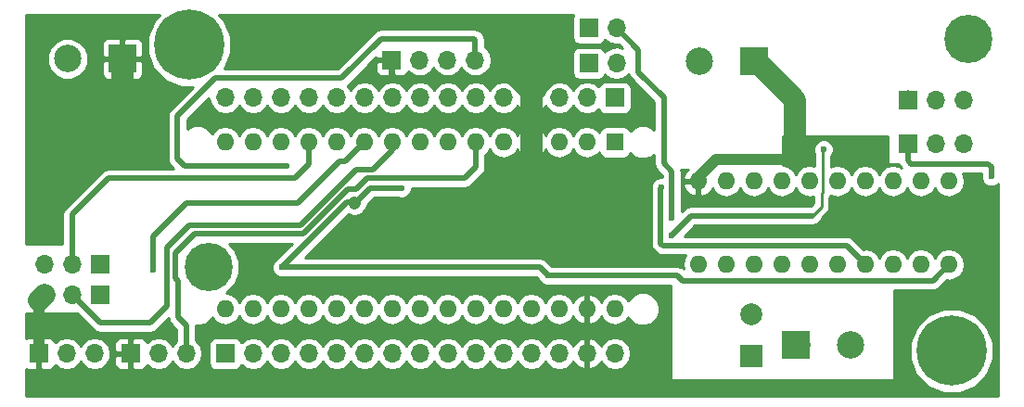
<source format=gbl>
G04 #@! TF.FileFunction,Copper,L2,Bot,Signal*
%FSLAX46Y46*%
G04 Gerber Fmt 4.6, Leading zero omitted, Abs format (unit mm)*
G04 Created by KiCad (PCBNEW 4.0.6+dfsg1-1) date Mon Feb 26 19:32:00 2018*
%MOMM*%
%LPD*%
G01*
G04 APERTURE LIST*
%ADD10C,0.100000*%
%ADD11R,1.700000X1.700000*%
%ADD12O,1.700000X1.700000*%
%ADD13R,1.600000X1.600000*%
%ADD14O,1.600000X1.600000*%
%ADD15C,1.998980*%
%ADD16R,1.998980X1.998980*%
%ADD17R,2.500000X2.500000*%
%ADD18C,2.500000*%
%ADD19C,6.400000*%
%ADD20C,0.600000*%
%ADD21C,4.400000*%
%ADD22C,0.500000*%
%ADD23C,1.000000*%
%ADD24C,0.250000*%
%ADD25C,2.000000*%
%ADD26C,0.254000*%
G04 APERTURE END LIST*
D10*
D11*
X1981200Y4648200D03*
D12*
X4521200Y4648200D03*
X7061200Y4648200D03*
D13*
X54559200Y23952200D03*
D14*
X21539200Y8712200D03*
X52019200Y23952200D03*
X24079200Y8712200D03*
X49479200Y23952200D03*
X26619200Y8712200D03*
X46939200Y23952200D03*
X29159200Y8712200D03*
X44399200Y23952200D03*
X31699200Y8712200D03*
X41859200Y23952200D03*
X34239200Y8712200D03*
X39319200Y23952200D03*
X36779200Y8712200D03*
X36779200Y23952200D03*
X39319200Y8712200D03*
X34239200Y23952200D03*
X41859200Y8712200D03*
X31699200Y23952200D03*
X44399200Y8712200D03*
X29159200Y23952200D03*
X46939200Y8712200D03*
X26619200Y23952200D03*
X49479200Y8712200D03*
X24079200Y23952200D03*
X52019200Y8712200D03*
X21539200Y23952200D03*
X54559200Y8712200D03*
X18999200Y23952200D03*
X18999200Y8712200D03*
D15*
X67005200Y8204200D03*
D16*
X67005200Y4394200D03*
D14*
X85039200Y20396200D03*
X82499200Y20396200D03*
X79959200Y20396200D03*
X77419200Y20396200D03*
X74879200Y20396200D03*
X72339200Y20396200D03*
X69799200Y20396200D03*
X67259200Y20396200D03*
X64719200Y20396200D03*
X62179200Y20396200D03*
X62179200Y12776200D03*
X64719200Y12776200D03*
X67259200Y12776200D03*
X69799200Y12776200D03*
X72339200Y12776200D03*
X74879200Y12776200D03*
X77419200Y12776200D03*
X79959200Y12776200D03*
X82499200Y12776200D03*
X85039200Y12776200D03*
D11*
X52171600Y34366200D03*
D12*
X54711600Y34366200D03*
D11*
X52171600Y31165800D03*
D12*
X54711600Y31165800D03*
D11*
X81330800Y27813000D03*
D12*
X83870800Y27813000D03*
X86410800Y27813000D03*
D11*
X81280000Y23850600D03*
D12*
X83820000Y23850600D03*
X86360000Y23850600D03*
D11*
X7569200Y9982200D03*
D12*
X5029200Y9982200D03*
X2489200Y9982200D03*
D11*
X54559200Y28016200D03*
D12*
X52019200Y28016200D03*
X49479200Y28016200D03*
X46939200Y28016200D03*
X44399200Y28016200D03*
X41859200Y28016200D03*
X39319200Y28016200D03*
X36779200Y28016200D03*
X34239200Y28016200D03*
X31699200Y28016200D03*
X29159200Y28016200D03*
X26619200Y28016200D03*
X24079200Y28016200D03*
X21539200Y28016200D03*
X18999200Y28016200D03*
D11*
X18999200Y4648200D03*
D12*
X21539200Y4648200D03*
X24079200Y4648200D03*
X26619200Y4648200D03*
X29159200Y4648200D03*
X31699200Y4648200D03*
X34239200Y4648200D03*
X36779200Y4648200D03*
X39319200Y4648200D03*
X41859200Y4648200D03*
X44399200Y4648200D03*
X46939200Y4648200D03*
X49479200Y4648200D03*
X52019200Y4648200D03*
X54559200Y4648200D03*
D11*
X34188400Y31470600D03*
D12*
X36728400Y31470600D03*
X39268400Y31470600D03*
X41808400Y31470600D03*
D11*
X7569200Y12776200D03*
D12*
X5029200Y12776200D03*
X2489200Y12776200D03*
D17*
X67259200Y31318200D03*
D18*
X62259200Y31318200D03*
D17*
X71069200Y5410200D03*
D18*
X76069200Y5410200D03*
D17*
X9601200Y31572200D03*
D18*
X4601200Y31572200D03*
D11*
X10363200Y4648200D03*
D12*
X12903200Y4648200D03*
X15443200Y4648200D03*
D19*
X85293200Y4902200D03*
D20*
X87693200Y4902200D03*
X86990256Y3205144D03*
X85293200Y2502200D03*
X83596144Y3205144D03*
X82893200Y4902200D03*
X83596144Y6599256D03*
X85293200Y7302200D03*
X86990256Y6599256D03*
D19*
X15697200Y32842200D03*
D20*
X18097200Y32842200D03*
X17394256Y31145144D03*
X15697200Y30442200D03*
X14000144Y31145144D03*
X13297200Y32842200D03*
X14000144Y34539256D03*
X15697200Y35242200D03*
X17394256Y34539256D03*
D21*
X17475200Y12522200D03*
X86817200Y33350200D03*
D20*
X30784800Y18465800D03*
X24587200Y21793200D03*
X35052000Y19786600D03*
X48479200Y11760200D03*
X24180800Y12522200D03*
X59740800Y15468600D03*
X73609200Y23291800D03*
X2329200Y17856200D03*
X22063200Y11760200D03*
X51130200Y32778700D03*
X70500200Y23317200D03*
X12395200Y12268200D03*
X88912700Y20840700D03*
X59740800Y17043400D03*
X58775600Y19837400D03*
D22*
X41808400Y31470600D02*
X41808400Y33337500D01*
X41732200Y33413700D02*
X41808400Y33337500D01*
X33223200Y33413700D02*
X41732200Y33413700D01*
X29603700Y29794200D02*
X33223200Y33413700D01*
X18046700Y29794200D02*
X29603700Y29794200D01*
X14617700Y26365200D02*
X18046700Y29794200D01*
X14617700Y22428200D02*
X14617700Y26365200D01*
X15252700Y21793200D02*
X14617700Y22428200D01*
X24587200Y21793200D02*
X15252700Y21793200D01*
X30784800Y18465800D02*
X30124400Y18465800D01*
X30124400Y18465800D02*
X24180800Y12522200D01*
X24180800Y12522200D02*
X47717200Y12522200D01*
X47717200Y12522200D02*
X48479200Y11760200D01*
D23*
X30784800Y18465800D02*
X30848696Y18401904D01*
X30848696Y18401904D02*
X30784800Y18465800D01*
X30784800Y18465800D02*
X30784800Y18338009D01*
D22*
X35052000Y19786600D02*
X32233391Y19786600D01*
X32233391Y19786600D02*
X30784800Y18338009D01*
X83566000Y11303000D02*
X85039200Y12776200D01*
X48479200Y11760200D02*
X60248800Y11760200D01*
X60248800Y11760200D02*
X60706000Y11303000D01*
X60706000Y11303000D02*
X83566000Y11303000D01*
D24*
X72593200Y17246600D02*
X73406000Y18059400D01*
D22*
X59740800Y15468600D02*
X61518800Y17246600D01*
X61518800Y17246600D02*
X72339200Y17246600D01*
X72339200Y17246600D02*
X72593200Y17246600D01*
D24*
X73558400Y23241000D02*
X73609200Y23291800D01*
X73558400Y19380200D02*
X73558400Y23241000D01*
X73406000Y19227800D02*
X73558400Y19380200D01*
X73406000Y18059400D02*
X73406000Y19227800D01*
D23*
X1981200Y4648200D02*
X1981200Y9474200D01*
X1981200Y9474200D02*
X2489200Y9982200D01*
D25*
X1981200Y9474200D02*
X2489200Y9982200D01*
X9601200Y25128200D02*
X9601200Y31572200D01*
X2329200Y17856200D02*
X9601200Y25128200D01*
D22*
X34188400Y31470600D02*
X34188400Y30099000D01*
X44653200Y29794200D02*
X46431200Y28016200D01*
X34493200Y29794200D02*
X44653200Y29794200D01*
X34188400Y30099000D02*
X34493200Y29794200D01*
X46431200Y28016200D02*
X46939200Y28016200D01*
X22063200Y11760200D02*
X22047200Y11760200D01*
X51130200Y32778700D02*
X51066700Y32715200D01*
X51066700Y32715200D02*
X50685700Y32715200D01*
X50685700Y32715200D02*
X50304700Y32334200D01*
X50304700Y32334200D02*
X50304700Y30873700D01*
X50304700Y30873700D02*
X47447200Y28016200D01*
X47447200Y28016200D02*
X46939200Y28016200D01*
D25*
X46939200Y23952200D02*
X46939200Y22364700D01*
D23*
X46939200Y28016200D02*
X46939200Y28587700D01*
X46939200Y28587700D02*
X46558200Y28968700D01*
X46558200Y28968700D02*
X46558200Y28397200D01*
X46939200Y28016200D02*
X46558200Y28397200D01*
X46558200Y28397200D02*
X45986700Y28968700D01*
X46939200Y28016200D02*
X47320200Y28016200D01*
X47320200Y28016200D02*
X47828200Y28524200D01*
X47828200Y28524200D02*
X47828200Y29222700D01*
X46939200Y28016200D02*
X46939200Y28333700D01*
X46939200Y28333700D02*
X47828200Y29222700D01*
X47828200Y29222700D02*
X47701200Y29095700D01*
D25*
X46939200Y28016200D02*
X46939200Y23952200D01*
X71069200Y5410200D02*
X71069200Y5461000D01*
X71069200Y5410200D02*
X71374000Y5410200D01*
X71069200Y5410200D02*
X70815200Y5410200D01*
D23*
X62179200Y20396200D02*
X62179200Y20802600D01*
X62179200Y20802600D02*
X63754000Y22377400D01*
X63754000Y22377400D02*
X69951600Y22377400D01*
X69951600Y22377400D02*
X71018400Y23444200D01*
D25*
X71018400Y23291800D02*
X71018400Y23444200D01*
X71018400Y23444200D02*
X71018400Y27813000D01*
X71018400Y27813000D02*
X67259200Y31572200D01*
D22*
X70510400Y23327400D02*
X70500200Y23317200D01*
X70510400Y23342600D02*
X70510400Y23327400D01*
X29159200Y8712200D02*
X29159200Y9118600D01*
X34239200Y23952200D02*
X34239200Y23190200D01*
X34239200Y23190200D02*
X32461200Y21412200D01*
X7569200Y7442200D02*
X5029200Y9982200D01*
X12141200Y7442200D02*
X7569200Y7442200D01*
X13665200Y8966200D02*
X12141200Y7442200D01*
X13665200Y14300200D02*
X13665200Y8966200D01*
X15697200Y16332200D02*
X13665200Y14300200D01*
X25857200Y16332200D02*
X15697200Y16332200D01*
X30937200Y21412200D02*
X25857200Y16332200D01*
X32461200Y21412200D02*
X30937200Y21412200D01*
X34239200Y23342600D02*
X34239200Y23952200D01*
X29921200Y22174200D02*
X31699200Y23952200D01*
X29413200Y22174200D02*
X29921200Y22174200D01*
X25603200Y18364200D02*
X29413200Y22174200D01*
X15443200Y18364200D02*
X25603200Y18364200D01*
X12395200Y15316200D02*
X15443200Y18364200D01*
X12395200Y12268200D02*
X12395200Y15316200D01*
X26619200Y23952200D02*
X26619200Y21920200D01*
X5029200Y17348200D02*
X5029200Y12776200D01*
X8331200Y20650200D02*
X5029200Y17348200D01*
X25349200Y20650200D02*
X8331200Y20650200D01*
X26619200Y21920200D02*
X25349200Y20650200D01*
X81280000Y23850600D02*
X81280000Y22313900D01*
X88912700Y21666200D02*
X88912700Y20840700D01*
X88595200Y21983700D02*
X88912700Y21666200D01*
X81610200Y21983700D02*
X88595200Y21983700D01*
X81280000Y22313900D02*
X81610200Y21983700D01*
D23*
X81330800Y27813000D02*
X81330800Y27990800D01*
D22*
X81330800Y27813000D02*
X81330800Y28473400D01*
X59740800Y17043400D02*
X59740800Y21310600D01*
X59740800Y21310600D02*
X59029600Y22021800D01*
X59029600Y22021800D02*
X59029600Y28016200D01*
X59029600Y28016200D02*
X56692800Y30353000D01*
X56692800Y30353000D02*
X56692800Y32385000D01*
X56692800Y32385000D02*
X54711600Y34366200D01*
X58775600Y19837400D02*
X58724800Y19786600D01*
X58724800Y19786600D02*
X58724800Y14706600D01*
X58724800Y14706600D02*
X58928000Y14503400D01*
X58928000Y14503400D02*
X75692000Y14503400D01*
X75692000Y14503400D02*
X77419200Y12776200D01*
X77419200Y12776200D02*
X77216000Y12776200D01*
X15443200Y4648200D02*
X15443200Y7188200D01*
X41859200Y21666200D02*
X41859200Y23952200D01*
X40843200Y20650200D02*
X41859200Y21666200D01*
X31953200Y20650200D02*
X40843200Y20650200D01*
X30937200Y19634200D02*
X31953200Y20650200D01*
X30175200Y19634200D02*
X30937200Y19634200D01*
X26111200Y15570200D02*
X30175200Y19634200D01*
X16205200Y15570200D02*
X26111200Y15570200D01*
X14427200Y13792200D02*
X16205200Y15570200D01*
X14427200Y11506200D02*
X14427200Y13792200D01*
X14681200Y11252200D02*
X14427200Y11506200D01*
X14681200Y7950200D02*
X14681200Y11252200D01*
X15443200Y7188200D02*
X14681200Y7950200D01*
D26*
G36*
X87977862Y21027499D02*
X87977538Y20655533D01*
X88119583Y20311757D01*
X88382373Y20048508D01*
X88725901Y19905862D01*
X89097867Y19905538D01*
X89441643Y20047583D01*
X89536200Y20141975D01*
X89536200Y786200D01*
X786200Y786200D01*
X786200Y3253784D01*
X1004890Y3163200D01*
X1695450Y3163200D01*
X1854200Y3321950D01*
X1854200Y4521200D01*
X1834200Y4521200D01*
X1834200Y4775200D01*
X1854200Y4775200D01*
X1854200Y5974450D01*
X2108200Y5974450D01*
X2108200Y4775200D01*
X2128200Y4775200D01*
X2128200Y4521200D01*
X2108200Y4521200D01*
X2108200Y3321950D01*
X2266950Y3163200D01*
X2957510Y3163200D01*
X3190899Y3259873D01*
X3369527Y3438502D01*
X3441797Y3612977D01*
X3471146Y3569053D01*
X3952915Y3247146D01*
X4521200Y3134107D01*
X5089485Y3247146D01*
X5571254Y3569053D01*
X5791200Y3898226D01*
X6011146Y3569053D01*
X6492915Y3247146D01*
X7061200Y3134107D01*
X7629485Y3247146D01*
X8111254Y3569053D01*
X8433161Y4050822D01*
X8495147Y4362450D01*
X8878200Y4362450D01*
X8878200Y3671891D01*
X8974873Y3438502D01*
X9153501Y3259873D01*
X9386890Y3163200D01*
X10077450Y3163200D01*
X10236200Y3321950D01*
X10236200Y4521200D01*
X9036950Y4521200D01*
X8878200Y4362450D01*
X8495147Y4362450D01*
X8546200Y4619107D01*
X8546200Y4677293D01*
X8433161Y5245578D01*
X8179968Y5624509D01*
X8878200Y5624509D01*
X8878200Y4933950D01*
X9036950Y4775200D01*
X10236200Y4775200D01*
X10236200Y5974450D01*
X10077450Y6133200D01*
X9386890Y6133200D01*
X9153501Y6036527D01*
X8974873Y5857898D01*
X8878200Y5624509D01*
X8179968Y5624509D01*
X8111254Y5727347D01*
X7629485Y6049254D01*
X7061200Y6162293D01*
X6492915Y6049254D01*
X6011146Y5727347D01*
X5791200Y5398174D01*
X5571254Y5727347D01*
X5089485Y6049254D01*
X4521200Y6162293D01*
X3952915Y6049254D01*
X3471146Y5727347D01*
X3441797Y5683423D01*
X3369527Y5857898D01*
X3190899Y6036527D01*
X2957510Y6133200D01*
X2266950Y6133200D01*
X2108200Y5974450D01*
X1854200Y5974450D01*
X1695450Y6133200D01*
X1004890Y6133200D01*
X786200Y6042616D01*
X786200Y8331200D01*
X5428620Y8331200D01*
X6943408Y6816413D01*
X6943410Y6816410D01*
X7230525Y6624567D01*
X7569200Y6557200D01*
X12141195Y6557200D01*
X12141200Y6557199D01*
X12423684Y6613390D01*
X12479875Y6624567D01*
X12766990Y6816410D01*
X12766991Y6816411D01*
X13813550Y7862971D01*
X13823294Y7813989D01*
X13863567Y7611525D01*
X13992465Y7418614D01*
X14055410Y7324410D01*
X14558200Y6821621D01*
X14558200Y5837632D01*
X14393146Y5727347D01*
X14173200Y5398174D01*
X13953254Y5727347D01*
X13471485Y6049254D01*
X12903200Y6162293D01*
X12334915Y6049254D01*
X11853146Y5727347D01*
X11823797Y5683423D01*
X11751527Y5857898D01*
X11572899Y6036527D01*
X11339510Y6133200D01*
X10648950Y6133200D01*
X10490200Y5974450D01*
X10490200Y4775200D01*
X10510200Y4775200D01*
X10510200Y4521200D01*
X10490200Y4521200D01*
X10490200Y3321950D01*
X10648950Y3163200D01*
X11339510Y3163200D01*
X11572899Y3259873D01*
X11751527Y3438502D01*
X11823797Y3612977D01*
X11853146Y3569053D01*
X12334915Y3247146D01*
X12903200Y3134107D01*
X13471485Y3247146D01*
X13953254Y3569053D01*
X14173200Y3898226D01*
X14393146Y3569053D01*
X14874915Y3247146D01*
X15443200Y3134107D01*
X16011485Y3247146D01*
X16493254Y3569053D01*
X16815161Y4050822D01*
X16928200Y4619107D01*
X16928200Y4677293D01*
X16815161Y5245578D01*
X16646365Y5498200D01*
X17501760Y5498200D01*
X17501760Y3798200D01*
X17546038Y3562883D01*
X17685110Y3346759D01*
X17897310Y3201769D01*
X18149200Y3150760D01*
X19849200Y3150760D01*
X20084517Y3195038D01*
X20300641Y3334110D01*
X20445631Y3546310D01*
X20459286Y3613741D01*
X20489146Y3569053D01*
X20970915Y3247146D01*
X21539200Y3134107D01*
X22107485Y3247146D01*
X22589254Y3569053D01*
X22809200Y3898226D01*
X23029146Y3569053D01*
X23510915Y3247146D01*
X24079200Y3134107D01*
X24647485Y3247146D01*
X25129254Y3569053D01*
X25349200Y3898226D01*
X25569146Y3569053D01*
X26050915Y3247146D01*
X26619200Y3134107D01*
X27187485Y3247146D01*
X27669254Y3569053D01*
X27889200Y3898226D01*
X28109146Y3569053D01*
X28590915Y3247146D01*
X29159200Y3134107D01*
X29727485Y3247146D01*
X30209254Y3569053D01*
X30429200Y3898226D01*
X30649146Y3569053D01*
X31130915Y3247146D01*
X31699200Y3134107D01*
X32267485Y3247146D01*
X32749254Y3569053D01*
X32969200Y3898226D01*
X33189146Y3569053D01*
X33670915Y3247146D01*
X34239200Y3134107D01*
X34807485Y3247146D01*
X35289254Y3569053D01*
X35509200Y3898226D01*
X35729146Y3569053D01*
X36210915Y3247146D01*
X36779200Y3134107D01*
X37347485Y3247146D01*
X37829254Y3569053D01*
X38049200Y3898226D01*
X38269146Y3569053D01*
X38750915Y3247146D01*
X39319200Y3134107D01*
X39887485Y3247146D01*
X40369254Y3569053D01*
X40589200Y3898226D01*
X40809146Y3569053D01*
X41290915Y3247146D01*
X41859200Y3134107D01*
X42427485Y3247146D01*
X42909254Y3569053D01*
X43129200Y3898226D01*
X43349146Y3569053D01*
X43830915Y3247146D01*
X44399200Y3134107D01*
X44967485Y3247146D01*
X45449254Y3569053D01*
X45669200Y3898226D01*
X45889146Y3569053D01*
X46370915Y3247146D01*
X46939200Y3134107D01*
X47507485Y3247146D01*
X47989254Y3569053D01*
X48209200Y3898226D01*
X48429146Y3569053D01*
X48910915Y3247146D01*
X49479200Y3134107D01*
X50047485Y3247146D01*
X50529254Y3569053D01*
X50756902Y3909753D01*
X50824017Y3766842D01*
X51252276Y3376555D01*
X51662310Y3206724D01*
X51892200Y3328045D01*
X51892200Y4521200D01*
X51872200Y4521200D01*
X51872200Y4775200D01*
X51892200Y4775200D01*
X51892200Y5968355D01*
X52146200Y5968355D01*
X52146200Y4775200D01*
X52166200Y4775200D01*
X52166200Y4521200D01*
X52146200Y4521200D01*
X52146200Y3328045D01*
X52376090Y3206724D01*
X52786124Y3376555D01*
X53214383Y3766842D01*
X53281498Y3909753D01*
X53509146Y3569053D01*
X53990915Y3247146D01*
X54559200Y3134107D01*
X55127485Y3247146D01*
X55609254Y3569053D01*
X55931161Y4050822D01*
X56044200Y4619107D01*
X56044200Y4677293D01*
X55931161Y5245578D01*
X55609254Y5727347D01*
X55127485Y6049254D01*
X54559200Y6162293D01*
X53990915Y6049254D01*
X53509146Y5727347D01*
X53281498Y5386647D01*
X53214383Y5529558D01*
X52786124Y5919845D01*
X52376090Y6089676D01*
X52146200Y5968355D01*
X51892200Y5968355D01*
X51662310Y6089676D01*
X51252276Y5919845D01*
X50824017Y5529558D01*
X50756902Y5386647D01*
X50529254Y5727347D01*
X50047485Y6049254D01*
X49479200Y6162293D01*
X48910915Y6049254D01*
X48429146Y5727347D01*
X48209200Y5398174D01*
X47989254Y5727347D01*
X47507485Y6049254D01*
X46939200Y6162293D01*
X46370915Y6049254D01*
X45889146Y5727347D01*
X45669200Y5398174D01*
X45449254Y5727347D01*
X44967485Y6049254D01*
X44399200Y6162293D01*
X43830915Y6049254D01*
X43349146Y5727347D01*
X43129200Y5398174D01*
X42909254Y5727347D01*
X42427485Y6049254D01*
X41859200Y6162293D01*
X41290915Y6049254D01*
X40809146Y5727347D01*
X40589200Y5398174D01*
X40369254Y5727347D01*
X39887485Y6049254D01*
X39319200Y6162293D01*
X38750915Y6049254D01*
X38269146Y5727347D01*
X38049200Y5398174D01*
X37829254Y5727347D01*
X37347485Y6049254D01*
X36779200Y6162293D01*
X36210915Y6049254D01*
X35729146Y5727347D01*
X35509200Y5398174D01*
X35289254Y5727347D01*
X34807485Y6049254D01*
X34239200Y6162293D01*
X33670915Y6049254D01*
X33189146Y5727347D01*
X32969200Y5398174D01*
X32749254Y5727347D01*
X32267485Y6049254D01*
X31699200Y6162293D01*
X31130915Y6049254D01*
X30649146Y5727347D01*
X30429200Y5398174D01*
X30209254Y5727347D01*
X29727485Y6049254D01*
X29159200Y6162293D01*
X28590915Y6049254D01*
X28109146Y5727347D01*
X27889200Y5398174D01*
X27669254Y5727347D01*
X27187485Y6049254D01*
X26619200Y6162293D01*
X26050915Y6049254D01*
X25569146Y5727347D01*
X25349200Y5398174D01*
X25129254Y5727347D01*
X24647485Y6049254D01*
X24079200Y6162293D01*
X23510915Y6049254D01*
X23029146Y5727347D01*
X22809200Y5398174D01*
X22589254Y5727347D01*
X22107485Y6049254D01*
X21539200Y6162293D01*
X20970915Y6049254D01*
X20489146Y5727347D01*
X20461350Y5685748D01*
X20452362Y5733517D01*
X20313290Y5949641D01*
X20101090Y6094631D01*
X19849200Y6145640D01*
X18149200Y6145640D01*
X17913883Y6101362D01*
X17697759Y5962290D01*
X17552769Y5750090D01*
X17501760Y5498200D01*
X16646365Y5498200D01*
X16493254Y5727347D01*
X16328200Y5837632D01*
X16328200Y7187313D01*
X16761211Y7186935D01*
X17321915Y7418614D01*
X17751279Y7847229D01*
X17795122Y7952815D01*
X17984502Y7669389D01*
X18450049Y7358320D01*
X18999200Y7249087D01*
X19548351Y7358320D01*
X20013898Y7669389D01*
X20269200Y8051475D01*
X20524502Y7669389D01*
X20990049Y7358320D01*
X21539200Y7249087D01*
X22088351Y7358320D01*
X22553898Y7669389D01*
X22809200Y8051475D01*
X23064502Y7669389D01*
X23530049Y7358320D01*
X24079200Y7249087D01*
X24628351Y7358320D01*
X25093898Y7669389D01*
X25349200Y8051475D01*
X25604502Y7669389D01*
X26070049Y7358320D01*
X26619200Y7249087D01*
X27168351Y7358320D01*
X27633898Y7669389D01*
X27889200Y8051475D01*
X28144502Y7669389D01*
X28610049Y7358320D01*
X29159200Y7249087D01*
X29708351Y7358320D01*
X30173898Y7669389D01*
X30429200Y8051475D01*
X30684502Y7669389D01*
X31150049Y7358320D01*
X31699200Y7249087D01*
X32248351Y7358320D01*
X32713898Y7669389D01*
X32969200Y8051475D01*
X33224502Y7669389D01*
X33690049Y7358320D01*
X34239200Y7249087D01*
X34788351Y7358320D01*
X35253898Y7669389D01*
X35509200Y8051475D01*
X35764502Y7669389D01*
X36230049Y7358320D01*
X36779200Y7249087D01*
X37328351Y7358320D01*
X37793898Y7669389D01*
X38049200Y8051475D01*
X38304502Y7669389D01*
X38770049Y7358320D01*
X39319200Y7249087D01*
X39868351Y7358320D01*
X40333898Y7669389D01*
X40589200Y8051475D01*
X40844502Y7669389D01*
X41310049Y7358320D01*
X41859200Y7249087D01*
X42408351Y7358320D01*
X42873898Y7669389D01*
X43129200Y8051475D01*
X43384502Y7669389D01*
X43850049Y7358320D01*
X44399200Y7249087D01*
X44948351Y7358320D01*
X45413898Y7669389D01*
X45669200Y8051475D01*
X45924502Y7669389D01*
X46390049Y7358320D01*
X46939200Y7249087D01*
X47488351Y7358320D01*
X47953898Y7669389D01*
X48209200Y8051475D01*
X48464502Y7669389D01*
X48930049Y7358320D01*
X49479200Y7249087D01*
X50028351Y7358320D01*
X50493898Y7669389D01*
X50764186Y8073903D01*
X50866811Y7857066D01*
X51281777Y7481159D01*
X51670161Y7320296D01*
X51892200Y7442285D01*
X51892200Y8585200D01*
X51872200Y8585200D01*
X51872200Y8839200D01*
X51892200Y8839200D01*
X51892200Y9982115D01*
X52146200Y9982115D01*
X52146200Y8839200D01*
X52166200Y8839200D01*
X52166200Y8585200D01*
X52146200Y8585200D01*
X52146200Y7442285D01*
X52368239Y7320296D01*
X52756623Y7481159D01*
X53171589Y7857066D01*
X53274214Y8073903D01*
X53544502Y7669389D01*
X54010049Y7358320D01*
X54559200Y7249087D01*
X55108351Y7358320D01*
X55573898Y7669389D01*
X55763056Y7952483D01*
X55805614Y7849485D01*
X56234229Y7420121D01*
X56794528Y7187465D01*
X57401211Y7186935D01*
X57961915Y7418614D01*
X58391279Y7847229D01*
X58623935Y8407528D01*
X58624465Y9014211D01*
X58392786Y9574915D01*
X57964171Y10004279D01*
X57403872Y10236935D01*
X56797189Y10237465D01*
X56236485Y10005786D01*
X55807121Y9577171D01*
X55763278Y9471585D01*
X55573898Y9755011D01*
X55108351Y10066080D01*
X54559200Y10175313D01*
X54010049Y10066080D01*
X53544502Y9755011D01*
X53274214Y9350497D01*
X53171589Y9567334D01*
X52756623Y9943241D01*
X52368239Y10104104D01*
X52146200Y9982115D01*
X51892200Y9982115D01*
X51670161Y10104104D01*
X51281777Y9943241D01*
X50866811Y9567334D01*
X50764186Y9350497D01*
X50493898Y9755011D01*
X50028351Y10066080D01*
X49479200Y10175313D01*
X48930049Y10066080D01*
X48464502Y9755011D01*
X48209200Y9372925D01*
X47953898Y9755011D01*
X47488351Y10066080D01*
X46939200Y10175313D01*
X46390049Y10066080D01*
X45924502Y9755011D01*
X45669200Y9372925D01*
X45413898Y9755011D01*
X44948351Y10066080D01*
X44399200Y10175313D01*
X43850049Y10066080D01*
X43384502Y9755011D01*
X43129200Y9372925D01*
X42873898Y9755011D01*
X42408351Y10066080D01*
X41859200Y10175313D01*
X41310049Y10066080D01*
X40844502Y9755011D01*
X40589200Y9372925D01*
X40333898Y9755011D01*
X39868351Y10066080D01*
X39319200Y10175313D01*
X38770049Y10066080D01*
X38304502Y9755011D01*
X38049200Y9372925D01*
X37793898Y9755011D01*
X37328351Y10066080D01*
X36779200Y10175313D01*
X36230049Y10066080D01*
X35764502Y9755011D01*
X35509200Y9372925D01*
X35253898Y9755011D01*
X34788351Y10066080D01*
X34239200Y10175313D01*
X33690049Y10066080D01*
X33224502Y9755011D01*
X32969200Y9372925D01*
X32713898Y9755011D01*
X32248351Y10066080D01*
X31699200Y10175313D01*
X31150049Y10066080D01*
X30684502Y9755011D01*
X30429200Y9372925D01*
X30173898Y9755011D01*
X29708351Y10066080D01*
X29159200Y10175313D01*
X28610049Y10066080D01*
X28144502Y9755011D01*
X27889200Y9372925D01*
X27633898Y9755011D01*
X27168351Y10066080D01*
X26619200Y10175313D01*
X26070049Y10066080D01*
X25604502Y9755011D01*
X25349200Y9372925D01*
X25093898Y9755011D01*
X24628351Y10066080D01*
X24079200Y10175313D01*
X23530049Y10066080D01*
X23064502Y9755011D01*
X22809200Y9372925D01*
X22553898Y9755011D01*
X22088351Y10066080D01*
X21539200Y10175313D01*
X20990049Y10066080D01*
X20524502Y9755011D01*
X20269200Y9372925D01*
X20013898Y9755011D01*
X19548351Y10066080D01*
X19114115Y10152455D01*
X19877195Y10914205D01*
X20309707Y11955810D01*
X20310691Y13083642D01*
X19879998Y14126001D01*
X19321774Y14685200D01*
X25092220Y14685200D01*
X23771964Y13364944D01*
X23651857Y13315317D01*
X23388608Y13052527D01*
X23245962Y12708999D01*
X23245638Y12337033D01*
X23387683Y11993257D01*
X23650473Y11730008D01*
X23994001Y11587362D01*
X24365967Y11587038D01*
X24487369Y11637200D01*
X47350620Y11637200D01*
X47636455Y11351365D01*
X47686083Y11231257D01*
X47948873Y10968008D01*
X48292401Y10825362D01*
X48664367Y10825038D01*
X48785769Y10875200D01*
X59624010Y10875200D01*
X59623200Y10871200D01*
X59623200Y2362200D01*
X59631885Y2316041D01*
X59659165Y2273647D01*
X59700790Y2245206D01*
X59750200Y2235200D01*
X79943200Y2235200D01*
X79989359Y2243885D01*
X80031753Y2271165D01*
X80060194Y2312790D01*
X80070200Y2362200D01*
X80070200Y4142718D01*
X81457536Y4142718D01*
X82040150Y2732685D01*
X83118011Y1652941D01*
X84527025Y1067867D01*
X86052682Y1066536D01*
X87462715Y1649150D01*
X88542459Y2727011D01*
X89127533Y4136025D01*
X89128864Y5661682D01*
X88546250Y7071715D01*
X87468389Y8151459D01*
X86059375Y8736533D01*
X84533718Y8737864D01*
X83123685Y8155250D01*
X82043941Y7077389D01*
X81458867Y5668375D01*
X81457536Y4142718D01*
X80070200Y4142718D01*
X80070200Y10418000D01*
X83565995Y10418000D01*
X83566000Y10417999D01*
X83848484Y10474190D01*
X83904675Y10485367D01*
X84191790Y10677210D01*
X84191791Y10677211D01*
X84862762Y11348183D01*
X85039200Y11313087D01*
X85588351Y11422320D01*
X86053898Y11733389D01*
X86364967Y12198936D01*
X86474200Y12748087D01*
X86474200Y12804313D01*
X86364967Y13353464D01*
X86053898Y13819011D01*
X85588351Y14130080D01*
X85039200Y14239313D01*
X84490049Y14130080D01*
X84024502Y13819011D01*
X83769200Y13436925D01*
X83513898Y13819011D01*
X83048351Y14130080D01*
X82499200Y14239313D01*
X81950049Y14130080D01*
X81484502Y13819011D01*
X81229200Y13436925D01*
X80973898Y13819011D01*
X80508351Y14130080D01*
X79959200Y14239313D01*
X79410049Y14130080D01*
X78944502Y13819011D01*
X78689200Y13436925D01*
X78433898Y13819011D01*
X77968351Y14130080D01*
X77419200Y14239313D01*
X77242762Y14204217D01*
X76317790Y15129190D01*
X76316688Y15129926D01*
X76030675Y15321033D01*
X75973580Y15332390D01*
X75692000Y15388401D01*
X75691995Y15388400D01*
X60912180Y15388400D01*
X61885379Y16361600D01*
X72593200Y16361600D01*
X72931875Y16428967D01*
X73218990Y16620810D01*
X73410833Y16907925D01*
X73431071Y17009669D01*
X73943401Y17521999D01*
X74108148Y17768561D01*
X74166000Y18059400D01*
X74166000Y18947860D01*
X74260270Y19088945D01*
X74330049Y19042320D01*
X74879200Y18933087D01*
X75428351Y19042320D01*
X75893898Y19353389D01*
X76149200Y19735475D01*
X76404502Y19353389D01*
X76870049Y19042320D01*
X77419200Y18933087D01*
X77968351Y19042320D01*
X78433898Y19353389D01*
X78689200Y19735475D01*
X78944502Y19353389D01*
X79410049Y19042320D01*
X79959200Y18933087D01*
X80508351Y19042320D01*
X80973898Y19353389D01*
X81229200Y19735475D01*
X81484502Y19353389D01*
X81950049Y19042320D01*
X82499200Y18933087D01*
X83048351Y19042320D01*
X83513898Y19353389D01*
X83769200Y19735475D01*
X84024502Y19353389D01*
X84490049Y19042320D01*
X85039200Y18933087D01*
X85588351Y19042320D01*
X86053898Y19353389D01*
X86364967Y19818936D01*
X86474200Y20368087D01*
X86474200Y20424313D01*
X86364967Y20973464D01*
X86281287Y21098700D01*
X88007427Y21098700D01*
X87977862Y21027499D01*
X87977862Y21027499D01*
G37*
X87977862Y21027499D02*
X87977538Y20655533D01*
X88119583Y20311757D01*
X88382373Y20048508D01*
X88725901Y19905862D01*
X89097867Y19905538D01*
X89441643Y20047583D01*
X89536200Y20141975D01*
X89536200Y786200D01*
X786200Y786200D01*
X786200Y3253784D01*
X1004890Y3163200D01*
X1695450Y3163200D01*
X1854200Y3321950D01*
X1854200Y4521200D01*
X1834200Y4521200D01*
X1834200Y4775200D01*
X1854200Y4775200D01*
X1854200Y5974450D01*
X2108200Y5974450D01*
X2108200Y4775200D01*
X2128200Y4775200D01*
X2128200Y4521200D01*
X2108200Y4521200D01*
X2108200Y3321950D01*
X2266950Y3163200D01*
X2957510Y3163200D01*
X3190899Y3259873D01*
X3369527Y3438502D01*
X3441797Y3612977D01*
X3471146Y3569053D01*
X3952915Y3247146D01*
X4521200Y3134107D01*
X5089485Y3247146D01*
X5571254Y3569053D01*
X5791200Y3898226D01*
X6011146Y3569053D01*
X6492915Y3247146D01*
X7061200Y3134107D01*
X7629485Y3247146D01*
X8111254Y3569053D01*
X8433161Y4050822D01*
X8495147Y4362450D01*
X8878200Y4362450D01*
X8878200Y3671891D01*
X8974873Y3438502D01*
X9153501Y3259873D01*
X9386890Y3163200D01*
X10077450Y3163200D01*
X10236200Y3321950D01*
X10236200Y4521200D01*
X9036950Y4521200D01*
X8878200Y4362450D01*
X8495147Y4362450D01*
X8546200Y4619107D01*
X8546200Y4677293D01*
X8433161Y5245578D01*
X8179968Y5624509D01*
X8878200Y5624509D01*
X8878200Y4933950D01*
X9036950Y4775200D01*
X10236200Y4775200D01*
X10236200Y5974450D01*
X10077450Y6133200D01*
X9386890Y6133200D01*
X9153501Y6036527D01*
X8974873Y5857898D01*
X8878200Y5624509D01*
X8179968Y5624509D01*
X8111254Y5727347D01*
X7629485Y6049254D01*
X7061200Y6162293D01*
X6492915Y6049254D01*
X6011146Y5727347D01*
X5791200Y5398174D01*
X5571254Y5727347D01*
X5089485Y6049254D01*
X4521200Y6162293D01*
X3952915Y6049254D01*
X3471146Y5727347D01*
X3441797Y5683423D01*
X3369527Y5857898D01*
X3190899Y6036527D01*
X2957510Y6133200D01*
X2266950Y6133200D01*
X2108200Y5974450D01*
X1854200Y5974450D01*
X1695450Y6133200D01*
X1004890Y6133200D01*
X786200Y6042616D01*
X786200Y8331200D01*
X5428620Y8331200D01*
X6943408Y6816413D01*
X6943410Y6816410D01*
X7230525Y6624567D01*
X7569200Y6557200D01*
X12141195Y6557200D01*
X12141200Y6557199D01*
X12423684Y6613390D01*
X12479875Y6624567D01*
X12766990Y6816410D01*
X12766991Y6816411D01*
X13813550Y7862971D01*
X13823294Y7813989D01*
X13863567Y7611525D01*
X13992465Y7418614D01*
X14055410Y7324410D01*
X14558200Y6821621D01*
X14558200Y5837632D01*
X14393146Y5727347D01*
X14173200Y5398174D01*
X13953254Y5727347D01*
X13471485Y6049254D01*
X12903200Y6162293D01*
X12334915Y6049254D01*
X11853146Y5727347D01*
X11823797Y5683423D01*
X11751527Y5857898D01*
X11572899Y6036527D01*
X11339510Y6133200D01*
X10648950Y6133200D01*
X10490200Y5974450D01*
X10490200Y4775200D01*
X10510200Y4775200D01*
X10510200Y4521200D01*
X10490200Y4521200D01*
X10490200Y3321950D01*
X10648950Y3163200D01*
X11339510Y3163200D01*
X11572899Y3259873D01*
X11751527Y3438502D01*
X11823797Y3612977D01*
X11853146Y3569053D01*
X12334915Y3247146D01*
X12903200Y3134107D01*
X13471485Y3247146D01*
X13953254Y3569053D01*
X14173200Y3898226D01*
X14393146Y3569053D01*
X14874915Y3247146D01*
X15443200Y3134107D01*
X16011485Y3247146D01*
X16493254Y3569053D01*
X16815161Y4050822D01*
X16928200Y4619107D01*
X16928200Y4677293D01*
X16815161Y5245578D01*
X16646365Y5498200D01*
X17501760Y5498200D01*
X17501760Y3798200D01*
X17546038Y3562883D01*
X17685110Y3346759D01*
X17897310Y3201769D01*
X18149200Y3150760D01*
X19849200Y3150760D01*
X20084517Y3195038D01*
X20300641Y3334110D01*
X20445631Y3546310D01*
X20459286Y3613741D01*
X20489146Y3569053D01*
X20970915Y3247146D01*
X21539200Y3134107D01*
X22107485Y3247146D01*
X22589254Y3569053D01*
X22809200Y3898226D01*
X23029146Y3569053D01*
X23510915Y3247146D01*
X24079200Y3134107D01*
X24647485Y3247146D01*
X25129254Y3569053D01*
X25349200Y3898226D01*
X25569146Y3569053D01*
X26050915Y3247146D01*
X26619200Y3134107D01*
X27187485Y3247146D01*
X27669254Y3569053D01*
X27889200Y3898226D01*
X28109146Y3569053D01*
X28590915Y3247146D01*
X29159200Y3134107D01*
X29727485Y3247146D01*
X30209254Y3569053D01*
X30429200Y3898226D01*
X30649146Y3569053D01*
X31130915Y3247146D01*
X31699200Y3134107D01*
X32267485Y3247146D01*
X32749254Y3569053D01*
X32969200Y3898226D01*
X33189146Y3569053D01*
X33670915Y3247146D01*
X34239200Y3134107D01*
X34807485Y3247146D01*
X35289254Y3569053D01*
X35509200Y3898226D01*
X35729146Y3569053D01*
X36210915Y3247146D01*
X36779200Y3134107D01*
X37347485Y3247146D01*
X37829254Y3569053D01*
X38049200Y3898226D01*
X38269146Y3569053D01*
X38750915Y3247146D01*
X39319200Y3134107D01*
X39887485Y3247146D01*
X40369254Y3569053D01*
X40589200Y3898226D01*
X40809146Y3569053D01*
X41290915Y3247146D01*
X41859200Y3134107D01*
X42427485Y3247146D01*
X42909254Y3569053D01*
X43129200Y3898226D01*
X43349146Y3569053D01*
X43830915Y3247146D01*
X44399200Y3134107D01*
X44967485Y3247146D01*
X45449254Y3569053D01*
X45669200Y3898226D01*
X45889146Y3569053D01*
X46370915Y3247146D01*
X46939200Y3134107D01*
X47507485Y3247146D01*
X47989254Y3569053D01*
X48209200Y3898226D01*
X48429146Y3569053D01*
X48910915Y3247146D01*
X49479200Y3134107D01*
X50047485Y3247146D01*
X50529254Y3569053D01*
X50756902Y3909753D01*
X50824017Y3766842D01*
X51252276Y3376555D01*
X51662310Y3206724D01*
X51892200Y3328045D01*
X51892200Y4521200D01*
X51872200Y4521200D01*
X51872200Y4775200D01*
X51892200Y4775200D01*
X51892200Y5968355D01*
X52146200Y5968355D01*
X52146200Y4775200D01*
X52166200Y4775200D01*
X52166200Y4521200D01*
X52146200Y4521200D01*
X52146200Y3328045D01*
X52376090Y3206724D01*
X52786124Y3376555D01*
X53214383Y3766842D01*
X53281498Y3909753D01*
X53509146Y3569053D01*
X53990915Y3247146D01*
X54559200Y3134107D01*
X55127485Y3247146D01*
X55609254Y3569053D01*
X55931161Y4050822D01*
X56044200Y4619107D01*
X56044200Y4677293D01*
X55931161Y5245578D01*
X55609254Y5727347D01*
X55127485Y6049254D01*
X54559200Y6162293D01*
X53990915Y6049254D01*
X53509146Y5727347D01*
X53281498Y5386647D01*
X53214383Y5529558D01*
X52786124Y5919845D01*
X52376090Y6089676D01*
X52146200Y5968355D01*
X51892200Y5968355D01*
X51662310Y6089676D01*
X51252276Y5919845D01*
X50824017Y5529558D01*
X50756902Y5386647D01*
X50529254Y5727347D01*
X50047485Y6049254D01*
X49479200Y6162293D01*
X48910915Y6049254D01*
X48429146Y5727347D01*
X48209200Y5398174D01*
X47989254Y5727347D01*
X47507485Y6049254D01*
X46939200Y6162293D01*
X46370915Y6049254D01*
X45889146Y5727347D01*
X45669200Y5398174D01*
X45449254Y5727347D01*
X44967485Y6049254D01*
X44399200Y6162293D01*
X43830915Y6049254D01*
X43349146Y5727347D01*
X43129200Y5398174D01*
X42909254Y5727347D01*
X42427485Y6049254D01*
X41859200Y6162293D01*
X41290915Y6049254D01*
X40809146Y5727347D01*
X40589200Y5398174D01*
X40369254Y5727347D01*
X39887485Y6049254D01*
X39319200Y6162293D01*
X38750915Y6049254D01*
X38269146Y5727347D01*
X38049200Y5398174D01*
X37829254Y5727347D01*
X37347485Y6049254D01*
X36779200Y6162293D01*
X36210915Y6049254D01*
X35729146Y5727347D01*
X35509200Y5398174D01*
X35289254Y5727347D01*
X34807485Y6049254D01*
X34239200Y6162293D01*
X33670915Y6049254D01*
X33189146Y5727347D01*
X32969200Y5398174D01*
X32749254Y5727347D01*
X32267485Y6049254D01*
X31699200Y6162293D01*
X31130915Y6049254D01*
X30649146Y5727347D01*
X30429200Y5398174D01*
X30209254Y5727347D01*
X29727485Y6049254D01*
X29159200Y6162293D01*
X28590915Y6049254D01*
X28109146Y5727347D01*
X27889200Y5398174D01*
X27669254Y5727347D01*
X27187485Y6049254D01*
X26619200Y6162293D01*
X26050915Y6049254D01*
X25569146Y5727347D01*
X25349200Y5398174D01*
X25129254Y5727347D01*
X24647485Y6049254D01*
X24079200Y6162293D01*
X23510915Y6049254D01*
X23029146Y5727347D01*
X22809200Y5398174D01*
X22589254Y5727347D01*
X22107485Y6049254D01*
X21539200Y6162293D01*
X20970915Y6049254D01*
X20489146Y5727347D01*
X20461350Y5685748D01*
X20452362Y5733517D01*
X20313290Y5949641D01*
X20101090Y6094631D01*
X19849200Y6145640D01*
X18149200Y6145640D01*
X17913883Y6101362D01*
X17697759Y5962290D01*
X17552769Y5750090D01*
X17501760Y5498200D01*
X16646365Y5498200D01*
X16493254Y5727347D01*
X16328200Y5837632D01*
X16328200Y7187313D01*
X16761211Y7186935D01*
X17321915Y7418614D01*
X17751279Y7847229D01*
X17795122Y7952815D01*
X17984502Y7669389D01*
X18450049Y7358320D01*
X18999200Y7249087D01*
X19548351Y7358320D01*
X20013898Y7669389D01*
X20269200Y8051475D01*
X20524502Y7669389D01*
X20990049Y7358320D01*
X21539200Y7249087D01*
X22088351Y7358320D01*
X22553898Y7669389D01*
X22809200Y8051475D01*
X23064502Y7669389D01*
X23530049Y7358320D01*
X24079200Y7249087D01*
X24628351Y7358320D01*
X25093898Y7669389D01*
X25349200Y8051475D01*
X25604502Y7669389D01*
X26070049Y7358320D01*
X26619200Y7249087D01*
X27168351Y7358320D01*
X27633898Y7669389D01*
X27889200Y8051475D01*
X28144502Y7669389D01*
X28610049Y7358320D01*
X29159200Y7249087D01*
X29708351Y7358320D01*
X30173898Y7669389D01*
X30429200Y8051475D01*
X30684502Y7669389D01*
X31150049Y7358320D01*
X31699200Y7249087D01*
X32248351Y7358320D01*
X32713898Y7669389D01*
X32969200Y8051475D01*
X33224502Y7669389D01*
X33690049Y7358320D01*
X34239200Y7249087D01*
X34788351Y7358320D01*
X35253898Y7669389D01*
X35509200Y8051475D01*
X35764502Y7669389D01*
X36230049Y7358320D01*
X36779200Y7249087D01*
X37328351Y7358320D01*
X37793898Y7669389D01*
X38049200Y8051475D01*
X38304502Y7669389D01*
X38770049Y7358320D01*
X39319200Y7249087D01*
X39868351Y7358320D01*
X40333898Y7669389D01*
X40589200Y8051475D01*
X40844502Y7669389D01*
X41310049Y7358320D01*
X41859200Y7249087D01*
X42408351Y7358320D01*
X42873898Y7669389D01*
X43129200Y8051475D01*
X43384502Y7669389D01*
X43850049Y7358320D01*
X44399200Y7249087D01*
X44948351Y7358320D01*
X45413898Y7669389D01*
X45669200Y8051475D01*
X45924502Y7669389D01*
X46390049Y7358320D01*
X46939200Y7249087D01*
X47488351Y7358320D01*
X47953898Y7669389D01*
X48209200Y8051475D01*
X48464502Y7669389D01*
X48930049Y7358320D01*
X49479200Y7249087D01*
X50028351Y7358320D01*
X50493898Y7669389D01*
X50764186Y8073903D01*
X50866811Y7857066D01*
X51281777Y7481159D01*
X51670161Y7320296D01*
X51892200Y7442285D01*
X51892200Y8585200D01*
X51872200Y8585200D01*
X51872200Y8839200D01*
X51892200Y8839200D01*
X51892200Y9982115D01*
X52146200Y9982115D01*
X52146200Y8839200D01*
X52166200Y8839200D01*
X52166200Y8585200D01*
X52146200Y8585200D01*
X52146200Y7442285D01*
X52368239Y7320296D01*
X52756623Y7481159D01*
X53171589Y7857066D01*
X53274214Y8073903D01*
X53544502Y7669389D01*
X54010049Y7358320D01*
X54559200Y7249087D01*
X55108351Y7358320D01*
X55573898Y7669389D01*
X55763056Y7952483D01*
X55805614Y7849485D01*
X56234229Y7420121D01*
X56794528Y7187465D01*
X57401211Y7186935D01*
X57961915Y7418614D01*
X58391279Y7847229D01*
X58623935Y8407528D01*
X58624465Y9014211D01*
X58392786Y9574915D01*
X57964171Y10004279D01*
X57403872Y10236935D01*
X56797189Y10237465D01*
X56236485Y10005786D01*
X55807121Y9577171D01*
X55763278Y9471585D01*
X55573898Y9755011D01*
X55108351Y10066080D01*
X54559200Y10175313D01*
X54010049Y10066080D01*
X53544502Y9755011D01*
X53274214Y9350497D01*
X53171589Y9567334D01*
X52756623Y9943241D01*
X52368239Y10104104D01*
X52146200Y9982115D01*
X51892200Y9982115D01*
X51670161Y10104104D01*
X51281777Y9943241D01*
X50866811Y9567334D01*
X50764186Y9350497D01*
X50493898Y9755011D01*
X50028351Y10066080D01*
X49479200Y10175313D01*
X48930049Y10066080D01*
X48464502Y9755011D01*
X48209200Y9372925D01*
X47953898Y9755011D01*
X47488351Y10066080D01*
X46939200Y10175313D01*
X46390049Y10066080D01*
X45924502Y9755011D01*
X45669200Y9372925D01*
X45413898Y9755011D01*
X44948351Y10066080D01*
X44399200Y10175313D01*
X43850049Y10066080D01*
X43384502Y9755011D01*
X43129200Y9372925D01*
X42873898Y9755011D01*
X42408351Y10066080D01*
X41859200Y10175313D01*
X41310049Y10066080D01*
X40844502Y9755011D01*
X40589200Y9372925D01*
X40333898Y9755011D01*
X39868351Y10066080D01*
X39319200Y10175313D01*
X38770049Y10066080D01*
X38304502Y9755011D01*
X38049200Y9372925D01*
X37793898Y9755011D01*
X37328351Y10066080D01*
X36779200Y10175313D01*
X36230049Y10066080D01*
X35764502Y9755011D01*
X35509200Y9372925D01*
X35253898Y9755011D01*
X34788351Y10066080D01*
X34239200Y10175313D01*
X33690049Y10066080D01*
X33224502Y9755011D01*
X32969200Y9372925D01*
X32713898Y9755011D01*
X32248351Y10066080D01*
X31699200Y10175313D01*
X31150049Y10066080D01*
X30684502Y9755011D01*
X30429200Y9372925D01*
X30173898Y9755011D01*
X29708351Y10066080D01*
X29159200Y10175313D01*
X28610049Y10066080D01*
X28144502Y9755011D01*
X27889200Y9372925D01*
X27633898Y9755011D01*
X27168351Y10066080D01*
X26619200Y10175313D01*
X26070049Y10066080D01*
X25604502Y9755011D01*
X25349200Y9372925D01*
X25093898Y9755011D01*
X24628351Y10066080D01*
X24079200Y10175313D01*
X23530049Y10066080D01*
X23064502Y9755011D01*
X22809200Y9372925D01*
X22553898Y9755011D01*
X22088351Y10066080D01*
X21539200Y10175313D01*
X20990049Y10066080D01*
X20524502Y9755011D01*
X20269200Y9372925D01*
X20013898Y9755011D01*
X19548351Y10066080D01*
X19114115Y10152455D01*
X19877195Y10914205D01*
X20309707Y11955810D01*
X20310691Y13083642D01*
X19879998Y14126001D01*
X19321774Y14685200D01*
X25092220Y14685200D01*
X23771964Y13364944D01*
X23651857Y13315317D01*
X23388608Y13052527D01*
X23245962Y12708999D01*
X23245638Y12337033D01*
X23387683Y11993257D01*
X23650473Y11730008D01*
X23994001Y11587362D01*
X24365967Y11587038D01*
X24487369Y11637200D01*
X47350620Y11637200D01*
X47636455Y11351365D01*
X47686083Y11231257D01*
X47948873Y10968008D01*
X48292401Y10825362D01*
X48664367Y10825038D01*
X48785769Y10875200D01*
X59624010Y10875200D01*
X59623200Y10871200D01*
X59623200Y2362200D01*
X59631885Y2316041D01*
X59659165Y2273647D01*
X59700790Y2245206D01*
X59750200Y2235200D01*
X79943200Y2235200D01*
X79989359Y2243885D01*
X80031753Y2271165D01*
X80060194Y2312790D01*
X80070200Y2362200D01*
X80070200Y4142718D01*
X81457536Y4142718D01*
X82040150Y2732685D01*
X83118011Y1652941D01*
X84527025Y1067867D01*
X86052682Y1066536D01*
X87462715Y1649150D01*
X88542459Y2727011D01*
X89127533Y4136025D01*
X89128864Y5661682D01*
X88546250Y7071715D01*
X87468389Y8151459D01*
X86059375Y8736533D01*
X84533718Y8737864D01*
X83123685Y8155250D01*
X82043941Y7077389D01*
X81458867Y5668375D01*
X81457536Y4142718D01*
X80070200Y4142718D01*
X80070200Y10418000D01*
X83565995Y10418000D01*
X83566000Y10417999D01*
X83848484Y10474190D01*
X83904675Y10485367D01*
X84191790Y10677210D01*
X84191791Y10677211D01*
X84862762Y11348183D01*
X85039200Y11313087D01*
X85588351Y11422320D01*
X86053898Y11733389D01*
X86364967Y12198936D01*
X86474200Y12748087D01*
X86474200Y12804313D01*
X86364967Y13353464D01*
X86053898Y13819011D01*
X85588351Y14130080D01*
X85039200Y14239313D01*
X84490049Y14130080D01*
X84024502Y13819011D01*
X83769200Y13436925D01*
X83513898Y13819011D01*
X83048351Y14130080D01*
X82499200Y14239313D01*
X81950049Y14130080D01*
X81484502Y13819011D01*
X81229200Y13436925D01*
X80973898Y13819011D01*
X80508351Y14130080D01*
X79959200Y14239313D01*
X79410049Y14130080D01*
X78944502Y13819011D01*
X78689200Y13436925D01*
X78433898Y13819011D01*
X77968351Y14130080D01*
X77419200Y14239313D01*
X77242762Y14204217D01*
X76317790Y15129190D01*
X76316688Y15129926D01*
X76030675Y15321033D01*
X75973580Y15332390D01*
X75692000Y15388401D01*
X75691995Y15388400D01*
X60912180Y15388400D01*
X61885379Y16361600D01*
X72593200Y16361600D01*
X72931875Y16428967D01*
X73218990Y16620810D01*
X73410833Y16907925D01*
X73431071Y17009669D01*
X73943401Y17521999D01*
X74108148Y17768561D01*
X74166000Y18059400D01*
X74166000Y18947860D01*
X74260270Y19088945D01*
X74330049Y19042320D01*
X74879200Y18933087D01*
X75428351Y19042320D01*
X75893898Y19353389D01*
X76149200Y19735475D01*
X76404502Y19353389D01*
X76870049Y19042320D01*
X77419200Y18933087D01*
X77968351Y19042320D01*
X78433898Y19353389D01*
X78689200Y19735475D01*
X78944502Y19353389D01*
X79410049Y19042320D01*
X79959200Y18933087D01*
X80508351Y19042320D01*
X80973898Y19353389D01*
X81229200Y19735475D01*
X81484502Y19353389D01*
X81950049Y19042320D01*
X82499200Y18933087D01*
X83048351Y19042320D01*
X83513898Y19353389D01*
X83769200Y19735475D01*
X84024502Y19353389D01*
X84490049Y19042320D01*
X85039200Y18933087D01*
X85588351Y19042320D01*
X86053898Y19353389D01*
X86364967Y19818936D01*
X86474200Y20368087D01*
X86474200Y20424313D01*
X86364967Y20973464D01*
X86281287Y21098700D01*
X88007427Y21098700D01*
X87977862Y21027499D01*
G36*
X50725169Y35468090D02*
X50674160Y35216200D01*
X50674160Y33516200D01*
X50718438Y33280883D01*
X50857510Y33064759D01*
X51069710Y32919769D01*
X51321600Y32868760D01*
X53021600Y32868760D01*
X53256917Y32913038D01*
X53473041Y33052110D01*
X53618031Y33264310D01*
X53631686Y33331741D01*
X53661546Y33287053D01*
X54143315Y32965146D01*
X54711600Y32852107D01*
X54930560Y32895661D01*
X55254272Y32571949D01*
X54711600Y32679893D01*
X54143315Y32566854D01*
X53661546Y32244947D01*
X53633750Y32203348D01*
X53624762Y32251117D01*
X53485690Y32467241D01*
X53273490Y32612231D01*
X53021600Y32663240D01*
X51321600Y32663240D01*
X51086283Y32618962D01*
X50870159Y32479890D01*
X50725169Y32267690D01*
X50674160Y32015800D01*
X50674160Y30315800D01*
X50718438Y30080483D01*
X50857510Y29864359D01*
X51069710Y29719369D01*
X51321600Y29668360D01*
X53021600Y29668360D01*
X53256917Y29712638D01*
X53473041Y29851710D01*
X53618031Y30063910D01*
X53631686Y30131341D01*
X53661546Y30086653D01*
X54143315Y29764746D01*
X54711600Y29651707D01*
X55279885Y29764746D01*
X55761654Y30086653D01*
X55838040Y30200973D01*
X55875167Y30014325D01*
X55987671Y29845950D01*
X56067010Y29727210D01*
X58144600Y27649621D01*
X58144600Y25063535D01*
X57964171Y25244279D01*
X57403872Y25476935D01*
X56797189Y25477465D01*
X56236485Y25245786D01*
X55964798Y24974573D01*
X55962362Y24987517D01*
X55823290Y25203641D01*
X55611090Y25348631D01*
X55359200Y25399640D01*
X53759200Y25399640D01*
X53523883Y25355362D01*
X53307759Y25216290D01*
X53162769Y25004090D01*
X53131385Y24849111D01*
X53033898Y24995011D01*
X52568351Y25306080D01*
X52019200Y25415313D01*
X51470049Y25306080D01*
X51004502Y24995011D01*
X50749200Y24612925D01*
X50493898Y24995011D01*
X50028351Y25306080D01*
X49479200Y25415313D01*
X48930049Y25306080D01*
X48464502Y24995011D01*
X48194214Y24590497D01*
X48091589Y24807334D01*
X47676623Y25183241D01*
X47288239Y25344104D01*
X47066200Y25222115D01*
X47066200Y24079200D01*
X47086200Y24079200D01*
X47086200Y23825200D01*
X47066200Y23825200D01*
X47066200Y22682285D01*
X47288239Y22560296D01*
X47676623Y22721159D01*
X48091589Y23097066D01*
X48194214Y23313903D01*
X48464502Y22909389D01*
X48930049Y22598320D01*
X49479200Y22489087D01*
X50028351Y22598320D01*
X50493898Y22909389D01*
X50749200Y23291475D01*
X51004502Y22909389D01*
X51470049Y22598320D01*
X52019200Y22489087D01*
X52568351Y22598320D01*
X53033898Y22909389D01*
X53130301Y23053665D01*
X53156038Y22916883D01*
X53295110Y22700759D01*
X53507310Y22555769D01*
X53759200Y22504760D01*
X55359200Y22504760D01*
X55594517Y22549038D01*
X55810641Y22688110D01*
X55955631Y22900310D01*
X55962179Y22932646D01*
X56234229Y22660121D01*
X56794528Y22427465D01*
X57401211Y22426935D01*
X57961915Y22658614D01*
X58144600Y22840980D01*
X58144600Y22021805D01*
X58144599Y22021800D01*
X58191085Y21788104D01*
X58211967Y21683125D01*
X58355820Y21467833D01*
X58403810Y21396010D01*
X58855800Y20944021D01*
X58855800Y20772331D01*
X58590433Y20772562D01*
X58246657Y20630517D01*
X57983408Y20367727D01*
X57840762Y20024199D01*
X57840558Y19790417D01*
X57839799Y19786600D01*
X57839800Y19786595D01*
X57839800Y14706605D01*
X57839799Y14706600D01*
X57894581Y14431199D01*
X57907167Y14367925D01*
X58066012Y14130195D01*
X58099010Y14080810D01*
X58302208Y13877613D01*
X58302210Y13877610D01*
X58589325Y13685767D01*
X58928000Y13618399D01*
X58928005Y13618400D01*
X61030458Y13618400D01*
X60853433Y13353464D01*
X60744200Y12804313D01*
X60744200Y12748087D01*
X60807280Y12430965D01*
X60797462Y12437525D01*
X60587475Y12577833D01*
X60531284Y12589010D01*
X60248800Y12645201D01*
X60248795Y12645200D01*
X48845779Y12645200D01*
X48342990Y13147990D01*
X48093950Y13314392D01*
X48055875Y13339833D01*
X47987348Y13353464D01*
X47717200Y13407201D01*
X47717195Y13407200D01*
X26317380Y13407200D01*
X30260015Y17349836D01*
X30350454Y17289406D01*
X30784800Y17203009D01*
X31219146Y17289406D01*
X31587366Y17535443D01*
X31612958Y17573744D01*
X31651262Y17599338D01*
X31897300Y17967558D01*
X31954750Y18256379D01*
X32599970Y18901600D01*
X34745178Y18901600D01*
X34865201Y18851762D01*
X35237167Y18851438D01*
X35580943Y18993483D01*
X35844192Y19256273D01*
X35986838Y19599801D01*
X35986982Y19765200D01*
X40843195Y19765200D01*
X40843200Y19765199D01*
X41125684Y19821390D01*
X41181875Y19832567D01*
X41468990Y20024410D01*
X41468991Y20024411D01*
X42484987Y21040408D01*
X42484990Y21040410D01*
X42676833Y21327525D01*
X42704742Y21467833D01*
X42744201Y21666200D01*
X42744200Y21666205D01*
X42744200Y22822727D01*
X42873898Y22909389D01*
X43129200Y23291475D01*
X43384502Y22909389D01*
X43850049Y22598320D01*
X44399200Y22489087D01*
X44948351Y22598320D01*
X45413898Y22909389D01*
X45684186Y23313903D01*
X45786811Y23097066D01*
X46201777Y22721159D01*
X46590161Y22560296D01*
X46812200Y22682285D01*
X46812200Y23825200D01*
X46792200Y23825200D01*
X46792200Y24079200D01*
X46812200Y24079200D01*
X46812200Y25222115D01*
X46590161Y25344104D01*
X46201777Y25183241D01*
X45786811Y24807334D01*
X45684186Y24590497D01*
X45413898Y24995011D01*
X44948351Y25306080D01*
X44399200Y25415313D01*
X43850049Y25306080D01*
X43384502Y24995011D01*
X43129200Y24612925D01*
X42873898Y24995011D01*
X42408351Y25306080D01*
X41859200Y25415313D01*
X41310049Y25306080D01*
X40844502Y24995011D01*
X40589200Y24612925D01*
X40333898Y24995011D01*
X39868351Y25306080D01*
X39319200Y25415313D01*
X38770049Y25306080D01*
X38304502Y24995011D01*
X38049200Y24612925D01*
X37793898Y24995011D01*
X37328351Y25306080D01*
X36779200Y25415313D01*
X36230049Y25306080D01*
X35764502Y24995011D01*
X35509200Y24612925D01*
X35253898Y24995011D01*
X34788351Y25306080D01*
X34239200Y25415313D01*
X33690049Y25306080D01*
X33224502Y24995011D01*
X32969200Y24612925D01*
X32713898Y24995011D01*
X32248351Y25306080D01*
X31699200Y25415313D01*
X31150049Y25306080D01*
X30684502Y24995011D01*
X30429200Y24612925D01*
X30173898Y24995011D01*
X29708351Y25306080D01*
X29159200Y25415313D01*
X28610049Y25306080D01*
X28144502Y24995011D01*
X27889200Y24612925D01*
X27633898Y24995011D01*
X27168351Y25306080D01*
X26619200Y25415313D01*
X26070049Y25306080D01*
X25604502Y24995011D01*
X25349200Y24612925D01*
X25093898Y24995011D01*
X24628351Y25306080D01*
X24079200Y25415313D01*
X23530049Y25306080D01*
X23064502Y24995011D01*
X22809200Y24612925D01*
X22553898Y24995011D01*
X22088351Y25306080D01*
X21539200Y25415313D01*
X20990049Y25306080D01*
X20524502Y24995011D01*
X20269200Y24612925D01*
X20013898Y24995011D01*
X19548351Y25306080D01*
X18999200Y25415313D01*
X18450049Y25306080D01*
X17984502Y24995011D01*
X17795344Y24711917D01*
X17752786Y24814915D01*
X17324171Y25244279D01*
X16763872Y25476935D01*
X16157189Y25477465D01*
X15596485Y25245786D01*
X15502700Y25152165D01*
X15502700Y25998620D01*
X17514200Y28010121D01*
X17514200Y27987107D01*
X17627239Y27418822D01*
X17949146Y26937053D01*
X18430915Y26615146D01*
X18999200Y26502107D01*
X19567485Y26615146D01*
X20049254Y26937053D01*
X20269200Y27266226D01*
X20489146Y26937053D01*
X20970915Y26615146D01*
X21539200Y26502107D01*
X22107485Y26615146D01*
X22589254Y26937053D01*
X22809200Y27266226D01*
X23029146Y26937053D01*
X23510915Y26615146D01*
X24079200Y26502107D01*
X24647485Y26615146D01*
X25129254Y26937053D01*
X25349200Y27266226D01*
X25569146Y26937053D01*
X26050915Y26615146D01*
X26619200Y26502107D01*
X27187485Y26615146D01*
X27669254Y26937053D01*
X27889200Y27266226D01*
X28109146Y26937053D01*
X28590915Y26615146D01*
X29159200Y26502107D01*
X29727485Y26615146D01*
X30209254Y26937053D01*
X30429200Y27266226D01*
X30649146Y26937053D01*
X31130915Y26615146D01*
X31699200Y26502107D01*
X32267485Y26615146D01*
X32749254Y26937053D01*
X32969200Y27266226D01*
X33189146Y26937053D01*
X33670915Y26615146D01*
X34239200Y26502107D01*
X34807485Y26615146D01*
X35289254Y26937053D01*
X35509200Y27266226D01*
X35729146Y26937053D01*
X36210915Y26615146D01*
X36779200Y26502107D01*
X37347485Y26615146D01*
X37829254Y26937053D01*
X38049200Y27266226D01*
X38269146Y26937053D01*
X38750915Y26615146D01*
X39319200Y26502107D01*
X39887485Y26615146D01*
X40369254Y26937053D01*
X40589200Y27266226D01*
X40809146Y26937053D01*
X41290915Y26615146D01*
X41859200Y26502107D01*
X42427485Y26615146D01*
X42909254Y26937053D01*
X43129200Y27266226D01*
X43349146Y26937053D01*
X43830915Y26615146D01*
X44399200Y26502107D01*
X44967485Y26615146D01*
X45449254Y26937053D01*
X45676902Y27277753D01*
X45744017Y27134842D01*
X46172276Y26744555D01*
X46582310Y26574724D01*
X46812200Y26696045D01*
X46812200Y27889200D01*
X46792200Y27889200D01*
X46792200Y28143200D01*
X46812200Y28143200D01*
X46812200Y29336355D01*
X47066200Y29336355D01*
X47066200Y28143200D01*
X47086200Y28143200D01*
X47086200Y27889200D01*
X47066200Y27889200D01*
X47066200Y26696045D01*
X47296090Y26574724D01*
X47706124Y26744555D01*
X48134383Y27134842D01*
X48201498Y27277753D01*
X48429146Y26937053D01*
X48910915Y26615146D01*
X49479200Y26502107D01*
X50047485Y26615146D01*
X50529254Y26937053D01*
X50749200Y27266226D01*
X50969146Y26937053D01*
X51450915Y26615146D01*
X52019200Y26502107D01*
X52587485Y26615146D01*
X53069254Y26937053D01*
X53097050Y26978652D01*
X53106038Y26930883D01*
X53245110Y26714759D01*
X53457310Y26569769D01*
X53709200Y26518760D01*
X55409200Y26518760D01*
X55644517Y26563038D01*
X55860641Y26702110D01*
X56005631Y26914310D01*
X56056640Y27166200D01*
X56056640Y28866200D01*
X56012362Y29101517D01*
X55873290Y29317641D01*
X55661090Y29462631D01*
X55409200Y29513640D01*
X53709200Y29513640D01*
X53473883Y29469362D01*
X53257759Y29330290D01*
X53112769Y29118090D01*
X53099114Y29050659D01*
X53069254Y29095347D01*
X52587485Y29417254D01*
X52019200Y29530293D01*
X51450915Y29417254D01*
X50969146Y29095347D01*
X50749200Y28766174D01*
X50529254Y29095347D01*
X50047485Y29417254D01*
X49479200Y29530293D01*
X48910915Y29417254D01*
X48429146Y29095347D01*
X48201498Y28754647D01*
X48134383Y28897558D01*
X47706124Y29287845D01*
X47296090Y29457676D01*
X47066200Y29336355D01*
X46812200Y29336355D01*
X46582310Y29457676D01*
X46172276Y29287845D01*
X45744017Y28897558D01*
X45676902Y28754647D01*
X45449254Y29095347D01*
X44967485Y29417254D01*
X44399200Y29530293D01*
X43830915Y29417254D01*
X43349146Y29095347D01*
X43129200Y28766174D01*
X42909254Y29095347D01*
X42427485Y29417254D01*
X41859200Y29530293D01*
X41290915Y29417254D01*
X40809146Y29095347D01*
X40589200Y28766174D01*
X40369254Y29095347D01*
X39887485Y29417254D01*
X39319200Y29530293D01*
X38750915Y29417254D01*
X38269146Y29095347D01*
X38049200Y28766174D01*
X37829254Y29095347D01*
X37347485Y29417254D01*
X36779200Y29530293D01*
X36210915Y29417254D01*
X35729146Y29095347D01*
X35509200Y28766174D01*
X35289254Y29095347D01*
X34807485Y29417254D01*
X34239200Y29530293D01*
X33670915Y29417254D01*
X33189146Y29095347D01*
X32969200Y28766174D01*
X32749254Y29095347D01*
X32267485Y29417254D01*
X31699200Y29530293D01*
X31130915Y29417254D01*
X30649146Y29095347D01*
X30429200Y28766174D01*
X30209254Y29095347D01*
X30164699Y29125118D01*
X30229490Y29168410D01*
X32245930Y31184850D01*
X32703400Y31184850D01*
X32703400Y30494291D01*
X32800073Y30260902D01*
X32978701Y30082273D01*
X33212090Y29985600D01*
X33902650Y29985600D01*
X34061400Y30144350D01*
X34061400Y31343600D01*
X32862150Y31343600D01*
X32703400Y31184850D01*
X32245930Y31184850D01*
X32760415Y31699335D01*
X32862150Y31597600D01*
X34061400Y31597600D01*
X34061400Y31617600D01*
X34315400Y31617600D01*
X34315400Y31597600D01*
X34335400Y31597600D01*
X34335400Y31343600D01*
X34315400Y31343600D01*
X34315400Y30144350D01*
X34474150Y29985600D01*
X35164710Y29985600D01*
X35398099Y30082273D01*
X35576727Y30260902D01*
X35648997Y30435377D01*
X35678346Y30391453D01*
X36160115Y30069546D01*
X36728400Y29956507D01*
X37296685Y30069546D01*
X37778454Y30391453D01*
X37998400Y30720626D01*
X38218346Y30391453D01*
X38700115Y30069546D01*
X39268400Y29956507D01*
X39836685Y30069546D01*
X40318454Y30391453D01*
X40538400Y30720626D01*
X40758346Y30391453D01*
X41240115Y30069546D01*
X41808400Y29956507D01*
X42376685Y30069546D01*
X42858454Y30391453D01*
X43180361Y30873222D01*
X43293400Y31441507D01*
X43293400Y31499693D01*
X43180361Y32067978D01*
X42858454Y32549747D01*
X42693400Y32660032D01*
X42693400Y33337495D01*
X42693401Y33337500D01*
X42626033Y33676175D01*
X42578667Y33747064D01*
X42434190Y33963290D01*
X42434187Y33963292D01*
X42357990Y34039490D01*
X42070875Y34231333D01*
X42014684Y34242510D01*
X41732200Y34298701D01*
X41732195Y34298700D01*
X33223205Y34298700D01*
X33223200Y34298701D01*
X32940716Y34242510D01*
X32884525Y34231333D01*
X32597410Y34039490D01*
X32597408Y34039487D01*
X29237120Y30679200D01*
X18951520Y30679200D01*
X19531533Y32076025D01*
X19532864Y33601682D01*
X18950250Y35011715D01*
X18401723Y35561200D01*
X50788788Y35561200D01*
X50725169Y35468090D01*
X50725169Y35468090D01*
G37*
X50725169Y35468090D02*
X50674160Y35216200D01*
X50674160Y33516200D01*
X50718438Y33280883D01*
X50857510Y33064759D01*
X51069710Y32919769D01*
X51321600Y32868760D01*
X53021600Y32868760D01*
X53256917Y32913038D01*
X53473041Y33052110D01*
X53618031Y33264310D01*
X53631686Y33331741D01*
X53661546Y33287053D01*
X54143315Y32965146D01*
X54711600Y32852107D01*
X54930560Y32895661D01*
X55254272Y32571949D01*
X54711600Y32679893D01*
X54143315Y32566854D01*
X53661546Y32244947D01*
X53633750Y32203348D01*
X53624762Y32251117D01*
X53485690Y32467241D01*
X53273490Y32612231D01*
X53021600Y32663240D01*
X51321600Y32663240D01*
X51086283Y32618962D01*
X50870159Y32479890D01*
X50725169Y32267690D01*
X50674160Y32015800D01*
X50674160Y30315800D01*
X50718438Y30080483D01*
X50857510Y29864359D01*
X51069710Y29719369D01*
X51321600Y29668360D01*
X53021600Y29668360D01*
X53256917Y29712638D01*
X53473041Y29851710D01*
X53618031Y30063910D01*
X53631686Y30131341D01*
X53661546Y30086653D01*
X54143315Y29764746D01*
X54711600Y29651707D01*
X55279885Y29764746D01*
X55761654Y30086653D01*
X55838040Y30200973D01*
X55875167Y30014325D01*
X55987671Y29845950D01*
X56067010Y29727210D01*
X58144600Y27649621D01*
X58144600Y25063535D01*
X57964171Y25244279D01*
X57403872Y25476935D01*
X56797189Y25477465D01*
X56236485Y25245786D01*
X55964798Y24974573D01*
X55962362Y24987517D01*
X55823290Y25203641D01*
X55611090Y25348631D01*
X55359200Y25399640D01*
X53759200Y25399640D01*
X53523883Y25355362D01*
X53307759Y25216290D01*
X53162769Y25004090D01*
X53131385Y24849111D01*
X53033898Y24995011D01*
X52568351Y25306080D01*
X52019200Y25415313D01*
X51470049Y25306080D01*
X51004502Y24995011D01*
X50749200Y24612925D01*
X50493898Y24995011D01*
X50028351Y25306080D01*
X49479200Y25415313D01*
X48930049Y25306080D01*
X48464502Y24995011D01*
X48194214Y24590497D01*
X48091589Y24807334D01*
X47676623Y25183241D01*
X47288239Y25344104D01*
X47066200Y25222115D01*
X47066200Y24079200D01*
X47086200Y24079200D01*
X47086200Y23825200D01*
X47066200Y23825200D01*
X47066200Y22682285D01*
X47288239Y22560296D01*
X47676623Y22721159D01*
X48091589Y23097066D01*
X48194214Y23313903D01*
X48464502Y22909389D01*
X48930049Y22598320D01*
X49479200Y22489087D01*
X50028351Y22598320D01*
X50493898Y22909389D01*
X50749200Y23291475D01*
X51004502Y22909389D01*
X51470049Y22598320D01*
X52019200Y22489087D01*
X52568351Y22598320D01*
X53033898Y22909389D01*
X53130301Y23053665D01*
X53156038Y22916883D01*
X53295110Y22700759D01*
X53507310Y22555769D01*
X53759200Y22504760D01*
X55359200Y22504760D01*
X55594517Y22549038D01*
X55810641Y22688110D01*
X55955631Y22900310D01*
X55962179Y22932646D01*
X56234229Y22660121D01*
X56794528Y22427465D01*
X57401211Y22426935D01*
X57961915Y22658614D01*
X58144600Y22840980D01*
X58144600Y22021805D01*
X58144599Y22021800D01*
X58191085Y21788104D01*
X58211967Y21683125D01*
X58355820Y21467833D01*
X58403810Y21396010D01*
X58855800Y20944021D01*
X58855800Y20772331D01*
X58590433Y20772562D01*
X58246657Y20630517D01*
X57983408Y20367727D01*
X57840762Y20024199D01*
X57840558Y19790417D01*
X57839799Y19786600D01*
X57839800Y19786595D01*
X57839800Y14706605D01*
X57839799Y14706600D01*
X57894581Y14431199D01*
X57907167Y14367925D01*
X58066012Y14130195D01*
X58099010Y14080810D01*
X58302208Y13877613D01*
X58302210Y13877610D01*
X58589325Y13685767D01*
X58928000Y13618399D01*
X58928005Y13618400D01*
X61030458Y13618400D01*
X60853433Y13353464D01*
X60744200Y12804313D01*
X60744200Y12748087D01*
X60807280Y12430965D01*
X60797462Y12437525D01*
X60587475Y12577833D01*
X60531284Y12589010D01*
X60248800Y12645201D01*
X60248795Y12645200D01*
X48845779Y12645200D01*
X48342990Y13147990D01*
X48093950Y13314392D01*
X48055875Y13339833D01*
X47987348Y13353464D01*
X47717200Y13407201D01*
X47717195Y13407200D01*
X26317380Y13407200D01*
X30260015Y17349836D01*
X30350454Y17289406D01*
X30784800Y17203009D01*
X31219146Y17289406D01*
X31587366Y17535443D01*
X31612958Y17573744D01*
X31651262Y17599338D01*
X31897300Y17967558D01*
X31954750Y18256379D01*
X32599970Y18901600D01*
X34745178Y18901600D01*
X34865201Y18851762D01*
X35237167Y18851438D01*
X35580943Y18993483D01*
X35844192Y19256273D01*
X35986838Y19599801D01*
X35986982Y19765200D01*
X40843195Y19765200D01*
X40843200Y19765199D01*
X41125684Y19821390D01*
X41181875Y19832567D01*
X41468990Y20024410D01*
X41468991Y20024411D01*
X42484987Y21040408D01*
X42484990Y21040410D01*
X42676833Y21327525D01*
X42704742Y21467833D01*
X42744201Y21666200D01*
X42744200Y21666205D01*
X42744200Y22822727D01*
X42873898Y22909389D01*
X43129200Y23291475D01*
X43384502Y22909389D01*
X43850049Y22598320D01*
X44399200Y22489087D01*
X44948351Y22598320D01*
X45413898Y22909389D01*
X45684186Y23313903D01*
X45786811Y23097066D01*
X46201777Y22721159D01*
X46590161Y22560296D01*
X46812200Y22682285D01*
X46812200Y23825200D01*
X46792200Y23825200D01*
X46792200Y24079200D01*
X46812200Y24079200D01*
X46812200Y25222115D01*
X46590161Y25344104D01*
X46201777Y25183241D01*
X45786811Y24807334D01*
X45684186Y24590497D01*
X45413898Y24995011D01*
X44948351Y25306080D01*
X44399200Y25415313D01*
X43850049Y25306080D01*
X43384502Y24995011D01*
X43129200Y24612925D01*
X42873898Y24995011D01*
X42408351Y25306080D01*
X41859200Y25415313D01*
X41310049Y25306080D01*
X40844502Y24995011D01*
X40589200Y24612925D01*
X40333898Y24995011D01*
X39868351Y25306080D01*
X39319200Y25415313D01*
X38770049Y25306080D01*
X38304502Y24995011D01*
X38049200Y24612925D01*
X37793898Y24995011D01*
X37328351Y25306080D01*
X36779200Y25415313D01*
X36230049Y25306080D01*
X35764502Y24995011D01*
X35509200Y24612925D01*
X35253898Y24995011D01*
X34788351Y25306080D01*
X34239200Y25415313D01*
X33690049Y25306080D01*
X33224502Y24995011D01*
X32969200Y24612925D01*
X32713898Y24995011D01*
X32248351Y25306080D01*
X31699200Y25415313D01*
X31150049Y25306080D01*
X30684502Y24995011D01*
X30429200Y24612925D01*
X30173898Y24995011D01*
X29708351Y25306080D01*
X29159200Y25415313D01*
X28610049Y25306080D01*
X28144502Y24995011D01*
X27889200Y24612925D01*
X27633898Y24995011D01*
X27168351Y25306080D01*
X26619200Y25415313D01*
X26070049Y25306080D01*
X25604502Y24995011D01*
X25349200Y24612925D01*
X25093898Y24995011D01*
X24628351Y25306080D01*
X24079200Y25415313D01*
X23530049Y25306080D01*
X23064502Y24995011D01*
X22809200Y24612925D01*
X22553898Y24995011D01*
X22088351Y25306080D01*
X21539200Y25415313D01*
X20990049Y25306080D01*
X20524502Y24995011D01*
X20269200Y24612925D01*
X20013898Y24995011D01*
X19548351Y25306080D01*
X18999200Y25415313D01*
X18450049Y25306080D01*
X17984502Y24995011D01*
X17795344Y24711917D01*
X17752786Y24814915D01*
X17324171Y25244279D01*
X16763872Y25476935D01*
X16157189Y25477465D01*
X15596485Y25245786D01*
X15502700Y25152165D01*
X15502700Y25998620D01*
X17514200Y28010121D01*
X17514200Y27987107D01*
X17627239Y27418822D01*
X17949146Y26937053D01*
X18430915Y26615146D01*
X18999200Y26502107D01*
X19567485Y26615146D01*
X20049254Y26937053D01*
X20269200Y27266226D01*
X20489146Y26937053D01*
X20970915Y26615146D01*
X21539200Y26502107D01*
X22107485Y26615146D01*
X22589254Y26937053D01*
X22809200Y27266226D01*
X23029146Y26937053D01*
X23510915Y26615146D01*
X24079200Y26502107D01*
X24647485Y26615146D01*
X25129254Y26937053D01*
X25349200Y27266226D01*
X25569146Y26937053D01*
X26050915Y26615146D01*
X26619200Y26502107D01*
X27187485Y26615146D01*
X27669254Y26937053D01*
X27889200Y27266226D01*
X28109146Y26937053D01*
X28590915Y26615146D01*
X29159200Y26502107D01*
X29727485Y26615146D01*
X30209254Y26937053D01*
X30429200Y27266226D01*
X30649146Y26937053D01*
X31130915Y26615146D01*
X31699200Y26502107D01*
X32267485Y26615146D01*
X32749254Y26937053D01*
X32969200Y27266226D01*
X33189146Y26937053D01*
X33670915Y26615146D01*
X34239200Y26502107D01*
X34807485Y26615146D01*
X35289254Y26937053D01*
X35509200Y27266226D01*
X35729146Y26937053D01*
X36210915Y26615146D01*
X36779200Y26502107D01*
X37347485Y26615146D01*
X37829254Y26937053D01*
X38049200Y27266226D01*
X38269146Y26937053D01*
X38750915Y26615146D01*
X39319200Y26502107D01*
X39887485Y26615146D01*
X40369254Y26937053D01*
X40589200Y27266226D01*
X40809146Y26937053D01*
X41290915Y26615146D01*
X41859200Y26502107D01*
X42427485Y26615146D01*
X42909254Y26937053D01*
X43129200Y27266226D01*
X43349146Y26937053D01*
X43830915Y26615146D01*
X44399200Y26502107D01*
X44967485Y26615146D01*
X45449254Y26937053D01*
X45676902Y27277753D01*
X45744017Y27134842D01*
X46172276Y26744555D01*
X46582310Y26574724D01*
X46812200Y26696045D01*
X46812200Y27889200D01*
X46792200Y27889200D01*
X46792200Y28143200D01*
X46812200Y28143200D01*
X46812200Y29336355D01*
X47066200Y29336355D01*
X47066200Y28143200D01*
X47086200Y28143200D01*
X47086200Y27889200D01*
X47066200Y27889200D01*
X47066200Y26696045D01*
X47296090Y26574724D01*
X47706124Y26744555D01*
X48134383Y27134842D01*
X48201498Y27277753D01*
X48429146Y26937053D01*
X48910915Y26615146D01*
X49479200Y26502107D01*
X50047485Y26615146D01*
X50529254Y26937053D01*
X50749200Y27266226D01*
X50969146Y26937053D01*
X51450915Y26615146D01*
X52019200Y26502107D01*
X52587485Y26615146D01*
X53069254Y26937053D01*
X53097050Y26978652D01*
X53106038Y26930883D01*
X53245110Y26714759D01*
X53457310Y26569769D01*
X53709200Y26518760D01*
X55409200Y26518760D01*
X55644517Y26563038D01*
X55860641Y26702110D01*
X56005631Y26914310D01*
X56056640Y27166200D01*
X56056640Y28866200D01*
X56012362Y29101517D01*
X55873290Y29317641D01*
X55661090Y29462631D01*
X55409200Y29513640D01*
X53709200Y29513640D01*
X53473883Y29469362D01*
X53257759Y29330290D01*
X53112769Y29118090D01*
X53099114Y29050659D01*
X53069254Y29095347D01*
X52587485Y29417254D01*
X52019200Y29530293D01*
X51450915Y29417254D01*
X50969146Y29095347D01*
X50749200Y28766174D01*
X50529254Y29095347D01*
X50047485Y29417254D01*
X49479200Y29530293D01*
X48910915Y29417254D01*
X48429146Y29095347D01*
X48201498Y28754647D01*
X48134383Y28897558D01*
X47706124Y29287845D01*
X47296090Y29457676D01*
X47066200Y29336355D01*
X46812200Y29336355D01*
X46582310Y29457676D01*
X46172276Y29287845D01*
X45744017Y28897558D01*
X45676902Y28754647D01*
X45449254Y29095347D01*
X44967485Y29417254D01*
X44399200Y29530293D01*
X43830915Y29417254D01*
X43349146Y29095347D01*
X43129200Y28766174D01*
X42909254Y29095347D01*
X42427485Y29417254D01*
X41859200Y29530293D01*
X41290915Y29417254D01*
X40809146Y29095347D01*
X40589200Y28766174D01*
X40369254Y29095347D01*
X39887485Y29417254D01*
X39319200Y29530293D01*
X38750915Y29417254D01*
X38269146Y29095347D01*
X38049200Y28766174D01*
X37829254Y29095347D01*
X37347485Y29417254D01*
X36779200Y29530293D01*
X36210915Y29417254D01*
X35729146Y29095347D01*
X35509200Y28766174D01*
X35289254Y29095347D01*
X34807485Y29417254D01*
X34239200Y29530293D01*
X33670915Y29417254D01*
X33189146Y29095347D01*
X32969200Y28766174D01*
X32749254Y29095347D01*
X32267485Y29417254D01*
X31699200Y29530293D01*
X31130915Y29417254D01*
X30649146Y29095347D01*
X30429200Y28766174D01*
X30209254Y29095347D01*
X30164699Y29125118D01*
X30229490Y29168410D01*
X32245930Y31184850D01*
X32703400Y31184850D01*
X32703400Y30494291D01*
X32800073Y30260902D01*
X32978701Y30082273D01*
X33212090Y29985600D01*
X33902650Y29985600D01*
X34061400Y30144350D01*
X34061400Y31343600D01*
X32862150Y31343600D01*
X32703400Y31184850D01*
X32245930Y31184850D01*
X32760415Y31699335D01*
X32862150Y31597600D01*
X34061400Y31597600D01*
X34061400Y31617600D01*
X34315400Y31617600D01*
X34315400Y31597600D01*
X34335400Y31597600D01*
X34335400Y31343600D01*
X34315400Y31343600D01*
X34315400Y30144350D01*
X34474150Y29985600D01*
X35164710Y29985600D01*
X35398099Y30082273D01*
X35576727Y30260902D01*
X35648997Y30435377D01*
X35678346Y30391453D01*
X36160115Y30069546D01*
X36728400Y29956507D01*
X37296685Y30069546D01*
X37778454Y30391453D01*
X37998400Y30720626D01*
X38218346Y30391453D01*
X38700115Y30069546D01*
X39268400Y29956507D01*
X39836685Y30069546D01*
X40318454Y30391453D01*
X40538400Y30720626D01*
X40758346Y30391453D01*
X41240115Y30069546D01*
X41808400Y29956507D01*
X42376685Y30069546D01*
X42858454Y30391453D01*
X43180361Y30873222D01*
X43293400Y31441507D01*
X43293400Y31499693D01*
X43180361Y32067978D01*
X42858454Y32549747D01*
X42693400Y32660032D01*
X42693400Y33337495D01*
X42693401Y33337500D01*
X42626033Y33676175D01*
X42578667Y33747064D01*
X42434190Y33963290D01*
X42434187Y33963292D01*
X42357990Y34039490D01*
X42070875Y34231333D01*
X42014684Y34242510D01*
X41732200Y34298701D01*
X41732195Y34298700D01*
X33223205Y34298700D01*
X33223200Y34298701D01*
X32940716Y34242510D01*
X32884525Y34231333D01*
X32597410Y34039490D01*
X32597408Y34039487D01*
X29237120Y30679200D01*
X18951520Y30679200D01*
X19531533Y32076025D01*
X19532864Y33601682D01*
X18950250Y35011715D01*
X18401723Y35561200D01*
X50788788Y35561200D01*
X50725169Y35468090D01*
G36*
X12447941Y35017389D02*
X11862867Y33608375D01*
X11861536Y32082718D01*
X12444150Y30672685D01*
X13522011Y29592941D01*
X14931025Y29007867D01*
X16007848Y29006928D01*
X13991910Y26990990D01*
X13800067Y26703875D01*
X13800067Y26703874D01*
X13732699Y26365200D01*
X13732700Y26365195D01*
X13732700Y22428205D01*
X13732699Y22428200D01*
X13759794Y22291989D01*
X13800067Y22089525D01*
X13902388Y21936390D01*
X13991910Y21802410D01*
X14259120Y21535200D01*
X8331205Y21535200D01*
X8331200Y21535201D01*
X7992525Y21467833D01*
X7705410Y21275990D01*
X7705408Y21275987D01*
X4403410Y17973990D01*
X4211567Y17686875D01*
X4200390Y17630684D01*
X4144199Y17348200D01*
X4144200Y17348195D01*
X4144200Y14681200D01*
X786200Y14681200D01*
X786200Y31198895D01*
X2715874Y31198895D01*
X3002243Y30505828D01*
X3532039Y29975107D01*
X4224605Y29687528D01*
X4974505Y29686874D01*
X5667572Y29973243D01*
X6198293Y30503039D01*
X6485872Y31195605D01*
X6485951Y31286450D01*
X7716200Y31286450D01*
X7716200Y30195890D01*
X7812873Y29962501D01*
X7991502Y29783873D01*
X8224891Y29687200D01*
X9315450Y29687200D01*
X9474200Y29845950D01*
X9474200Y31445200D01*
X9728200Y31445200D01*
X9728200Y29845950D01*
X9886950Y29687200D01*
X10977509Y29687200D01*
X11210898Y29783873D01*
X11389527Y29962501D01*
X11486200Y30195890D01*
X11486200Y31286450D01*
X11327450Y31445200D01*
X9728200Y31445200D01*
X9474200Y31445200D01*
X7874950Y31445200D01*
X7716200Y31286450D01*
X6485951Y31286450D01*
X6486526Y31945505D01*
X6200157Y32638572D01*
X5890760Y32948510D01*
X7716200Y32948510D01*
X7716200Y31857950D01*
X7874950Y31699200D01*
X9474200Y31699200D01*
X9474200Y33298450D01*
X9728200Y33298450D01*
X9728200Y31699200D01*
X11327450Y31699200D01*
X11486200Y31857950D01*
X11486200Y32948510D01*
X11389527Y33181899D01*
X11210898Y33360527D01*
X10977509Y33457200D01*
X9886950Y33457200D01*
X9728200Y33298450D01*
X9474200Y33298450D01*
X9315450Y33457200D01*
X8224891Y33457200D01*
X7991502Y33360527D01*
X7812873Y33181899D01*
X7716200Y32948510D01*
X5890760Y32948510D01*
X5670361Y33169293D01*
X4977795Y33456872D01*
X4227895Y33457526D01*
X3534828Y33171157D01*
X3004107Y32641361D01*
X2716528Y31948795D01*
X2715874Y31198895D01*
X786200Y31198895D01*
X786200Y35561200D01*
X12992702Y35561200D01*
X12447941Y35017389D01*
X12447941Y35017389D01*
G37*
X12447941Y35017389D02*
X11862867Y33608375D01*
X11861536Y32082718D01*
X12444150Y30672685D01*
X13522011Y29592941D01*
X14931025Y29007867D01*
X16007848Y29006928D01*
X13991910Y26990990D01*
X13800067Y26703875D01*
X13800067Y26703874D01*
X13732699Y26365200D01*
X13732700Y26365195D01*
X13732700Y22428205D01*
X13732699Y22428200D01*
X13759794Y22291989D01*
X13800067Y22089525D01*
X13902388Y21936390D01*
X13991910Y21802410D01*
X14259120Y21535200D01*
X8331205Y21535200D01*
X8331200Y21535201D01*
X7992525Y21467833D01*
X7705410Y21275990D01*
X7705408Y21275987D01*
X4403410Y17973990D01*
X4211567Y17686875D01*
X4200390Y17630684D01*
X4144199Y17348200D01*
X4144200Y17348195D01*
X4144200Y14681200D01*
X786200Y14681200D01*
X786200Y31198895D01*
X2715874Y31198895D01*
X3002243Y30505828D01*
X3532039Y29975107D01*
X4224605Y29687528D01*
X4974505Y29686874D01*
X5667572Y29973243D01*
X6198293Y30503039D01*
X6485872Y31195605D01*
X6485951Y31286450D01*
X7716200Y31286450D01*
X7716200Y30195890D01*
X7812873Y29962501D01*
X7991502Y29783873D01*
X8224891Y29687200D01*
X9315450Y29687200D01*
X9474200Y29845950D01*
X9474200Y31445200D01*
X9728200Y31445200D01*
X9728200Y29845950D01*
X9886950Y29687200D01*
X10977509Y29687200D01*
X11210898Y29783873D01*
X11389527Y29962501D01*
X11486200Y30195890D01*
X11486200Y31286450D01*
X11327450Y31445200D01*
X9728200Y31445200D01*
X9474200Y31445200D01*
X7874950Y31445200D01*
X7716200Y31286450D01*
X6485951Y31286450D01*
X6486526Y31945505D01*
X6200157Y32638572D01*
X5890760Y32948510D01*
X7716200Y32948510D01*
X7716200Y31857950D01*
X7874950Y31699200D01*
X9474200Y31699200D01*
X9474200Y33298450D01*
X9728200Y33298450D01*
X9728200Y31699200D01*
X11327450Y31699200D01*
X11486200Y31857950D01*
X11486200Y32948510D01*
X11389527Y33181899D01*
X11210898Y33360527D01*
X10977509Y33457200D01*
X9886950Y33457200D01*
X9728200Y33298450D01*
X9474200Y33298450D01*
X9315450Y33457200D01*
X8224891Y33457200D01*
X7991502Y33360527D01*
X7812873Y33181899D01*
X7716200Y32948510D01*
X5890760Y32948510D01*
X5670361Y33169293D01*
X4977795Y33456872D01*
X4227895Y33457526D01*
X3534828Y33171157D01*
X3004107Y32641361D01*
X2716528Y31948795D01*
X2715874Y31198895D01*
X786200Y31198895D01*
X786200Y35561200D01*
X12992702Y35561200D01*
X12447941Y35017389D01*
G36*
X61026811Y21251334D02*
X60787286Y20745241D01*
X60908571Y20523200D01*
X62052200Y20523200D01*
X62052200Y20543200D01*
X62306200Y20543200D01*
X62306200Y20523200D01*
X62326200Y20523200D01*
X62326200Y20269200D01*
X62306200Y20269200D01*
X62306200Y19126285D01*
X62528239Y19004296D01*
X62916623Y19165159D01*
X63331589Y19541066D01*
X63434214Y19757903D01*
X63704502Y19353389D01*
X64170049Y19042320D01*
X64719200Y18933087D01*
X65268351Y19042320D01*
X65733898Y19353389D01*
X65989200Y19735475D01*
X66244502Y19353389D01*
X66710049Y19042320D01*
X67259200Y18933087D01*
X67808351Y19042320D01*
X68273898Y19353389D01*
X68529200Y19735475D01*
X68784502Y19353389D01*
X69250049Y19042320D01*
X69799200Y18933087D01*
X70348351Y19042320D01*
X70813898Y19353389D01*
X71069200Y19735475D01*
X71324502Y19353389D01*
X71790049Y19042320D01*
X72339200Y18933087D01*
X72646000Y18994113D01*
X72646000Y18374202D01*
X72403398Y18131600D01*
X61518805Y18131600D01*
X61518800Y18131601D01*
X61236316Y18075410D01*
X61180125Y18064233D01*
X60893010Y17872390D01*
X60893008Y17872387D01*
X60625800Y17605179D01*
X60625800Y20047159D01*
X60787286Y20047159D01*
X61026811Y19541066D01*
X61441777Y19165159D01*
X61830161Y19004296D01*
X62052200Y19126285D01*
X62052200Y20269200D01*
X60908571Y20269200D01*
X60787286Y20047159D01*
X60625800Y20047159D01*
X60625800Y21310595D01*
X60625801Y21310600D01*
X60590434Y21488400D01*
X61288510Y21488400D01*
X61026811Y21251334D01*
X61026811Y21251334D01*
G37*
X61026811Y21251334D02*
X60787286Y20745241D01*
X60908571Y20523200D01*
X62052200Y20523200D01*
X62052200Y20543200D01*
X62306200Y20543200D01*
X62306200Y20523200D01*
X62326200Y20523200D01*
X62326200Y20269200D01*
X62306200Y20269200D01*
X62306200Y19126285D01*
X62528239Y19004296D01*
X62916623Y19165159D01*
X63331589Y19541066D01*
X63434214Y19757903D01*
X63704502Y19353389D01*
X64170049Y19042320D01*
X64719200Y18933087D01*
X65268351Y19042320D01*
X65733898Y19353389D01*
X65989200Y19735475D01*
X66244502Y19353389D01*
X66710049Y19042320D01*
X67259200Y18933087D01*
X67808351Y19042320D01*
X68273898Y19353389D01*
X68529200Y19735475D01*
X68784502Y19353389D01*
X69250049Y19042320D01*
X69799200Y18933087D01*
X70348351Y19042320D01*
X70813898Y19353389D01*
X71069200Y19735475D01*
X71324502Y19353389D01*
X71790049Y19042320D01*
X72339200Y18933087D01*
X72646000Y18994113D01*
X72646000Y18374202D01*
X72403398Y18131600D01*
X61518805Y18131600D01*
X61518800Y18131601D01*
X61236316Y18075410D01*
X61180125Y18064233D01*
X60893010Y17872390D01*
X60893008Y17872387D01*
X60625800Y17605179D01*
X60625800Y20047159D01*
X60787286Y20047159D01*
X61026811Y19541066D01*
X61441777Y19165159D01*
X61830161Y19004296D01*
X62052200Y19126285D01*
X62052200Y20269200D01*
X60908571Y20269200D01*
X60787286Y20047159D01*
X60625800Y20047159D01*
X60625800Y21310595D01*
X60625801Y21310600D01*
X60590434Y21488400D01*
X61288510Y21488400D01*
X61026811Y21251334D01*
G36*
X79425800Y22123400D02*
X79434485Y22077241D01*
X79461765Y22034847D01*
X79503390Y22006406D01*
X79552800Y21996400D01*
X80458155Y21996400D01*
X80462367Y21975225D01*
X80595793Y21775538D01*
X80654210Y21688110D01*
X80761166Y21581154D01*
X80508351Y21750080D01*
X79959200Y21859313D01*
X79410049Y21750080D01*
X78944502Y21439011D01*
X78689200Y21056925D01*
X78433898Y21439011D01*
X77968351Y21750080D01*
X77419200Y21859313D01*
X76870049Y21750080D01*
X76404502Y21439011D01*
X76149200Y21056925D01*
X75893898Y21439011D01*
X75428351Y21750080D01*
X74879200Y21859313D01*
X74330049Y21750080D01*
X74318400Y21742296D01*
X74318400Y22678626D01*
X74401392Y22761473D01*
X74544038Y23105001D01*
X74544362Y23476967D01*
X74402317Y23820743D01*
X74139527Y24083992D01*
X73795999Y24226638D01*
X73424033Y24226962D01*
X73080257Y24084917D01*
X72817008Y23822127D01*
X72674362Y23478599D01*
X72674038Y23106633D01*
X72798400Y22805653D01*
X72798400Y21767972D01*
X72339200Y21859313D01*
X71790049Y21750080D01*
X71324502Y21439011D01*
X71069200Y21056925D01*
X70813898Y21439011D01*
X70348351Y21750080D01*
X69926200Y21834051D01*
X69926200Y24536400D01*
X79425800Y24536400D01*
X79425800Y22123400D01*
X79425800Y22123400D01*
G37*
X79425800Y22123400D02*
X79434485Y22077241D01*
X79461765Y22034847D01*
X79503390Y22006406D01*
X79552800Y21996400D01*
X80458155Y21996400D01*
X80462367Y21975225D01*
X80595793Y21775538D01*
X80654210Y21688110D01*
X80761166Y21581154D01*
X80508351Y21750080D01*
X79959200Y21859313D01*
X79410049Y21750080D01*
X78944502Y21439011D01*
X78689200Y21056925D01*
X78433898Y21439011D01*
X77968351Y21750080D01*
X77419200Y21859313D01*
X76870049Y21750080D01*
X76404502Y21439011D01*
X76149200Y21056925D01*
X75893898Y21439011D01*
X75428351Y21750080D01*
X74879200Y21859313D01*
X74330049Y21750080D01*
X74318400Y21742296D01*
X74318400Y22678626D01*
X74401392Y22761473D01*
X74544038Y23105001D01*
X74544362Y23476967D01*
X74402317Y23820743D01*
X74139527Y24083992D01*
X73795999Y24226638D01*
X73424033Y24226962D01*
X73080257Y24084917D01*
X72817008Y23822127D01*
X72674362Y23478599D01*
X72674038Y23106633D01*
X72798400Y22805653D01*
X72798400Y21767972D01*
X72339200Y21859313D01*
X71790049Y21750080D01*
X71324502Y21439011D01*
X71069200Y21056925D01*
X70813898Y21439011D01*
X70348351Y21750080D01*
X69926200Y21834051D01*
X69926200Y24536400D01*
X79425800Y24536400D01*
X79425800Y22123400D01*
M02*

</source>
